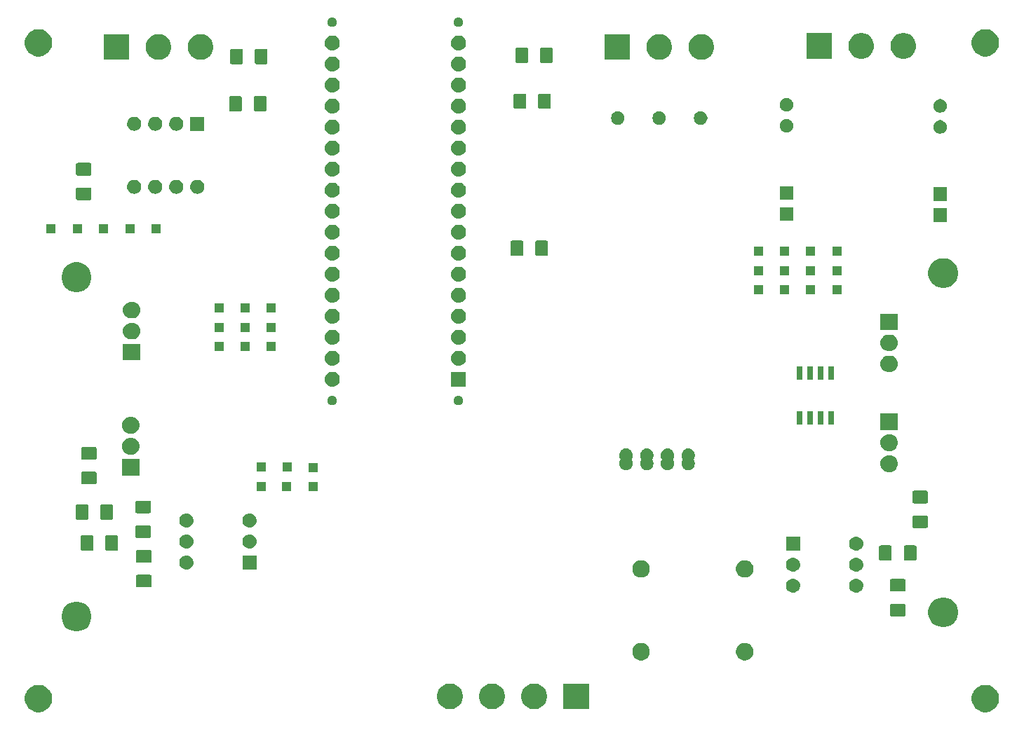
<source format=gbr>
G04 #@! TF.GenerationSoftware,KiCad,Pcbnew,5.0.2+dfsg1-1~bpo9+1*
G04 #@! TF.CreationDate,2019-06-26T12:15:30+03:00*
G04 #@! TF.ProjectId,SmartDimmer,536d6172-7444-4696-9d6d-65722e6b6963,rev?*
G04 #@! TF.SameCoordinates,Original*
G04 #@! TF.FileFunction,Soldermask,Bot*
G04 #@! TF.FilePolarity,Negative*
%FSLAX46Y46*%
G04 Gerber Fmt 4.6, Leading zero omitted, Abs format (unit mm)*
G04 Created by KiCad (PCBNEW 5.0.2+dfsg1-1~bpo9+1) date Wed 26 Jun 2019 12:15:30 PM +03*
%MOMM*%
%LPD*%
G01*
G04 APERTURE LIST*
%ADD10C,0.100000*%
G04 APERTURE END LIST*
D10*
G36*
X224845256Y-137895298D02*
X224951579Y-137916447D01*
X225252042Y-138040903D01*
X225518852Y-138219180D01*
X225522454Y-138221587D01*
X225752413Y-138451546D01*
X225752415Y-138451549D01*
X225795030Y-138515326D01*
X225933098Y-138721960D01*
X226057553Y-139022422D01*
X226121000Y-139341389D01*
X226121000Y-139666611D01*
X226057553Y-139985578D01*
X225933098Y-140286040D01*
X225752413Y-140556454D01*
X225522454Y-140786413D01*
X225522451Y-140786415D01*
X225252042Y-140967097D01*
X224951579Y-141091553D01*
X224845256Y-141112702D01*
X224632611Y-141155000D01*
X224307389Y-141155000D01*
X224094744Y-141112702D01*
X223988421Y-141091553D01*
X223687958Y-140967097D01*
X223417549Y-140786415D01*
X223417546Y-140786413D01*
X223187587Y-140556454D01*
X223006902Y-140286040D01*
X222882447Y-139985578D01*
X222819000Y-139666611D01*
X222819000Y-139341389D01*
X222882447Y-139022422D01*
X223006902Y-138721960D01*
X223144971Y-138515326D01*
X223187585Y-138451549D01*
X223187587Y-138451546D01*
X223417546Y-138221587D01*
X223421148Y-138219180D01*
X223687958Y-138040903D01*
X223988421Y-137916447D01*
X224094744Y-137895298D01*
X224307389Y-137853000D01*
X224632611Y-137853000D01*
X224845256Y-137895298D01*
X224845256Y-137895298D01*
G37*
G36*
X110545256Y-137895298D02*
X110651579Y-137916447D01*
X110952042Y-138040903D01*
X111218852Y-138219180D01*
X111222454Y-138221587D01*
X111452413Y-138451546D01*
X111452415Y-138451549D01*
X111495030Y-138515326D01*
X111633098Y-138721960D01*
X111757553Y-139022422D01*
X111821000Y-139341389D01*
X111821000Y-139666611D01*
X111757553Y-139985578D01*
X111633098Y-140286040D01*
X111452413Y-140556454D01*
X111222454Y-140786413D01*
X111222451Y-140786415D01*
X110952042Y-140967097D01*
X110651579Y-141091553D01*
X110545256Y-141112702D01*
X110332611Y-141155000D01*
X110007389Y-141155000D01*
X109794744Y-141112702D01*
X109688421Y-141091553D01*
X109387958Y-140967097D01*
X109117549Y-140786415D01*
X109117546Y-140786413D01*
X108887587Y-140556454D01*
X108706902Y-140286040D01*
X108582447Y-139985578D01*
X108519000Y-139666611D01*
X108519000Y-139341389D01*
X108582447Y-139022422D01*
X108706902Y-138721960D01*
X108844971Y-138515326D01*
X108887585Y-138451549D01*
X108887587Y-138451546D01*
X109117546Y-138221587D01*
X109121148Y-138219180D01*
X109387958Y-138040903D01*
X109688421Y-137916447D01*
X109794744Y-137895298D01*
X110007389Y-137853000D01*
X110332611Y-137853000D01*
X110545256Y-137895298D01*
X110545256Y-137895298D01*
G37*
G36*
X165259527Y-137738736D02*
X165359410Y-137758604D01*
X165641674Y-137875521D01*
X165895705Y-138045259D01*
X166111741Y-138261295D01*
X166281479Y-138515326D01*
X166398396Y-138797590D01*
X166458000Y-139097240D01*
X166458000Y-139402760D01*
X166398396Y-139702410D01*
X166281479Y-139984674D01*
X166111741Y-140238705D01*
X165895705Y-140454741D01*
X165641674Y-140624479D01*
X165359410Y-140741396D01*
X165259527Y-140761264D01*
X165059762Y-140801000D01*
X164754238Y-140801000D01*
X164554473Y-140761264D01*
X164454590Y-140741396D01*
X164172326Y-140624479D01*
X163918295Y-140454741D01*
X163702259Y-140238705D01*
X163532521Y-139984674D01*
X163415604Y-139702410D01*
X163356000Y-139402760D01*
X163356000Y-139097240D01*
X163415604Y-138797590D01*
X163532521Y-138515326D01*
X163702259Y-138261295D01*
X163918295Y-138045259D01*
X164172326Y-137875521D01*
X164454590Y-137758604D01*
X164554473Y-137738736D01*
X164754238Y-137699000D01*
X165059762Y-137699000D01*
X165259527Y-137738736D01*
X165259527Y-137738736D01*
G37*
G36*
X170339527Y-137738736D02*
X170439410Y-137758604D01*
X170721674Y-137875521D01*
X170975705Y-138045259D01*
X171191741Y-138261295D01*
X171361479Y-138515326D01*
X171478396Y-138797590D01*
X171538000Y-139097240D01*
X171538000Y-139402760D01*
X171478396Y-139702410D01*
X171361479Y-139984674D01*
X171191741Y-140238705D01*
X170975705Y-140454741D01*
X170721674Y-140624479D01*
X170439410Y-140741396D01*
X170339527Y-140761264D01*
X170139762Y-140801000D01*
X169834238Y-140801000D01*
X169634473Y-140761264D01*
X169534590Y-140741396D01*
X169252326Y-140624479D01*
X168998295Y-140454741D01*
X168782259Y-140238705D01*
X168612521Y-139984674D01*
X168495604Y-139702410D01*
X168436000Y-139402760D01*
X168436000Y-139097240D01*
X168495604Y-138797590D01*
X168612521Y-138515326D01*
X168782259Y-138261295D01*
X168998295Y-138045259D01*
X169252326Y-137875521D01*
X169534590Y-137758604D01*
X169634473Y-137738736D01*
X169834238Y-137699000D01*
X170139762Y-137699000D01*
X170339527Y-137738736D01*
X170339527Y-137738736D01*
G37*
G36*
X160179527Y-137738736D02*
X160279410Y-137758604D01*
X160561674Y-137875521D01*
X160815705Y-138045259D01*
X161031741Y-138261295D01*
X161201479Y-138515326D01*
X161318396Y-138797590D01*
X161378000Y-139097240D01*
X161378000Y-139402760D01*
X161318396Y-139702410D01*
X161201479Y-139984674D01*
X161031741Y-140238705D01*
X160815705Y-140454741D01*
X160561674Y-140624479D01*
X160279410Y-140741396D01*
X160179527Y-140761264D01*
X159979762Y-140801000D01*
X159674238Y-140801000D01*
X159474473Y-140761264D01*
X159374590Y-140741396D01*
X159092326Y-140624479D01*
X158838295Y-140454741D01*
X158622259Y-140238705D01*
X158452521Y-139984674D01*
X158335604Y-139702410D01*
X158276000Y-139402760D01*
X158276000Y-139097240D01*
X158335604Y-138797590D01*
X158452521Y-138515326D01*
X158622259Y-138261295D01*
X158838295Y-138045259D01*
X159092326Y-137875521D01*
X159374590Y-137758604D01*
X159474473Y-137738736D01*
X159674238Y-137699000D01*
X159979762Y-137699000D01*
X160179527Y-137738736D01*
X160179527Y-137738736D01*
G37*
G36*
X176618000Y-140801000D02*
X173516000Y-140801000D01*
X173516000Y-137699000D01*
X176618000Y-137699000D01*
X176618000Y-140801000D01*
X176618000Y-140801000D01*
G37*
G36*
X195720565Y-132825389D02*
X195911834Y-132904615D01*
X196083976Y-133019637D01*
X196230363Y-133166024D01*
X196345385Y-133338166D01*
X196424611Y-133529435D01*
X196465000Y-133732484D01*
X196465000Y-133939516D01*
X196424611Y-134142565D01*
X196345385Y-134333834D01*
X196230363Y-134505976D01*
X196083976Y-134652363D01*
X195911834Y-134767385D01*
X195720565Y-134846611D01*
X195517516Y-134887000D01*
X195310484Y-134887000D01*
X195107435Y-134846611D01*
X194916166Y-134767385D01*
X194744024Y-134652363D01*
X194597637Y-134505976D01*
X194482615Y-134333834D01*
X194403389Y-134142565D01*
X194363000Y-133939516D01*
X194363000Y-133732484D01*
X194403389Y-133529435D01*
X194482615Y-133338166D01*
X194597637Y-133166024D01*
X194744024Y-133019637D01*
X194916166Y-132904615D01*
X195107435Y-132825389D01*
X195310484Y-132785000D01*
X195517516Y-132785000D01*
X195720565Y-132825389D01*
X195720565Y-132825389D01*
G37*
G36*
X183220565Y-132825389D02*
X183411834Y-132904615D01*
X183583976Y-133019637D01*
X183730363Y-133166024D01*
X183845385Y-133338166D01*
X183924611Y-133529435D01*
X183965000Y-133732484D01*
X183965000Y-133939516D01*
X183924611Y-134142565D01*
X183845385Y-134333834D01*
X183730363Y-134505976D01*
X183583976Y-134652363D01*
X183411834Y-134767385D01*
X183220565Y-134846611D01*
X183017516Y-134887000D01*
X182810484Y-134887000D01*
X182607435Y-134846611D01*
X182416166Y-134767385D01*
X182244024Y-134652363D01*
X182097637Y-134505976D01*
X181982615Y-134333834D01*
X181903389Y-134142565D01*
X181863000Y-133939516D01*
X181863000Y-133732484D01*
X181903389Y-133529435D01*
X181982615Y-133338166D01*
X182097637Y-133166024D01*
X182244024Y-133019637D01*
X182416166Y-132904615D01*
X182607435Y-132825389D01*
X182810484Y-132785000D01*
X183017516Y-132785000D01*
X183220565Y-132825389D01*
X183220565Y-132825389D01*
G37*
G36*
X115281331Y-127858479D02*
X115609092Y-127994242D01*
X115904073Y-128191342D01*
X116154926Y-128442195D01*
X116352026Y-128737176D01*
X116487789Y-129064937D01*
X116557000Y-129412884D01*
X116557000Y-129767652D01*
X116487789Y-130115599D01*
X116352026Y-130443360D01*
X116154926Y-130738341D01*
X115904073Y-130989194D01*
X115609092Y-131186294D01*
X115281331Y-131322057D01*
X114933384Y-131391268D01*
X114578616Y-131391268D01*
X114230669Y-131322057D01*
X113902908Y-131186294D01*
X113607927Y-130989194D01*
X113357074Y-130738341D01*
X113159974Y-130443360D01*
X113024211Y-130115599D01*
X112955000Y-129767652D01*
X112955000Y-129412884D01*
X113024211Y-129064937D01*
X113159974Y-128737176D01*
X113357074Y-128442195D01*
X113607927Y-128191342D01*
X113902908Y-127994242D01*
X114230669Y-127858479D01*
X114578616Y-127789268D01*
X114933384Y-127789268D01*
X115281331Y-127858479D01*
X115281331Y-127858479D01*
G37*
G36*
X219906331Y-127353211D02*
X220234092Y-127488974D01*
X220529073Y-127686074D01*
X220779926Y-127936927D01*
X220977026Y-128231908D01*
X221112789Y-128559669D01*
X221182000Y-128907616D01*
X221182000Y-129262384D01*
X221112789Y-129610331D01*
X220977026Y-129938092D01*
X220779926Y-130233073D01*
X220529073Y-130483926D01*
X220234092Y-130681026D01*
X219906331Y-130816789D01*
X219558384Y-130886000D01*
X219203616Y-130886000D01*
X218855669Y-130816789D01*
X218527908Y-130681026D01*
X218232927Y-130483926D01*
X217982074Y-130233073D01*
X217784974Y-129938092D01*
X217649211Y-129610331D01*
X217580000Y-129262384D01*
X217580000Y-128907616D01*
X217649211Y-128559669D01*
X217784974Y-128231908D01*
X217982074Y-127936927D01*
X218232927Y-127686074D01*
X218527908Y-127488974D01*
X218855669Y-127353211D01*
X219203616Y-127284000D01*
X219558384Y-127284000D01*
X219906331Y-127353211D01*
X219906331Y-127353211D01*
G37*
G36*
X214675651Y-128035859D02*
X214710566Y-128046451D01*
X214742754Y-128063656D01*
X214770962Y-128086805D01*
X214794111Y-128115013D01*
X214811316Y-128147201D01*
X214821908Y-128182116D01*
X214826089Y-128224573D01*
X214826089Y-129365783D01*
X214821908Y-129408240D01*
X214811316Y-129443155D01*
X214794111Y-129475343D01*
X214770962Y-129503551D01*
X214742754Y-129526700D01*
X214710566Y-129543905D01*
X214675651Y-129554497D01*
X214633194Y-129558678D01*
X213166984Y-129558678D01*
X213124527Y-129554497D01*
X213089612Y-129543905D01*
X213057424Y-129526700D01*
X213029216Y-129503551D01*
X213006067Y-129475343D01*
X212988862Y-129443155D01*
X212978270Y-129408240D01*
X212974089Y-129365783D01*
X212974089Y-128224573D01*
X212978270Y-128182116D01*
X212988862Y-128147201D01*
X213006067Y-128115013D01*
X213029216Y-128086805D01*
X213057424Y-128063656D01*
X213089612Y-128046451D01*
X213124527Y-128035859D01*
X213166984Y-128031678D01*
X214633194Y-128031678D01*
X214675651Y-128035859D01*
X214675651Y-128035859D01*
G37*
G36*
X209037621Y-125030713D02*
X209037624Y-125030714D01*
X209037625Y-125030714D01*
X209198039Y-125079375D01*
X209198041Y-125079376D01*
X209198044Y-125079377D01*
X209345878Y-125158395D01*
X209475459Y-125264741D01*
X209581805Y-125394322D01*
X209660823Y-125542156D01*
X209709487Y-125702579D01*
X209725917Y-125869400D01*
X209709487Y-126036221D01*
X209709486Y-126036224D01*
X209709486Y-126036225D01*
X209698689Y-126071819D01*
X209660823Y-126196644D01*
X209581805Y-126344478D01*
X209475459Y-126474059D01*
X209345878Y-126580405D01*
X209198044Y-126659423D01*
X209198041Y-126659424D01*
X209198039Y-126659425D01*
X209037625Y-126708086D01*
X209037624Y-126708086D01*
X209037621Y-126708087D01*
X208912604Y-126720400D01*
X208828996Y-126720400D01*
X208703979Y-126708087D01*
X208703976Y-126708086D01*
X208703975Y-126708086D01*
X208543561Y-126659425D01*
X208543559Y-126659424D01*
X208543556Y-126659423D01*
X208395722Y-126580405D01*
X208266141Y-126474059D01*
X208159795Y-126344478D01*
X208080777Y-126196644D01*
X208042912Y-126071819D01*
X208032114Y-126036225D01*
X208032114Y-126036224D01*
X208032113Y-126036221D01*
X208015683Y-125869400D01*
X208032113Y-125702579D01*
X208080777Y-125542156D01*
X208159795Y-125394322D01*
X208266141Y-125264741D01*
X208395722Y-125158395D01*
X208543556Y-125079377D01*
X208543559Y-125079376D01*
X208543561Y-125079375D01*
X208703975Y-125030714D01*
X208703976Y-125030714D01*
X208703979Y-125030713D01*
X208828996Y-125018400D01*
X208912604Y-125018400D01*
X209037621Y-125030713D01*
X209037621Y-125030713D01*
G37*
G36*
X201417621Y-125030713D02*
X201417624Y-125030714D01*
X201417625Y-125030714D01*
X201578039Y-125079375D01*
X201578041Y-125079376D01*
X201578044Y-125079377D01*
X201725878Y-125158395D01*
X201855459Y-125264741D01*
X201961805Y-125394322D01*
X202040823Y-125542156D01*
X202089487Y-125702579D01*
X202105917Y-125869400D01*
X202089487Y-126036221D01*
X202089486Y-126036224D01*
X202089486Y-126036225D01*
X202078689Y-126071819D01*
X202040823Y-126196644D01*
X201961805Y-126344478D01*
X201855459Y-126474059D01*
X201725878Y-126580405D01*
X201578044Y-126659423D01*
X201578041Y-126659424D01*
X201578039Y-126659425D01*
X201417625Y-126708086D01*
X201417624Y-126708086D01*
X201417621Y-126708087D01*
X201292604Y-126720400D01*
X201208996Y-126720400D01*
X201083979Y-126708087D01*
X201083976Y-126708086D01*
X201083975Y-126708086D01*
X200923561Y-126659425D01*
X200923559Y-126659424D01*
X200923556Y-126659423D01*
X200775722Y-126580405D01*
X200646141Y-126474059D01*
X200539795Y-126344478D01*
X200460777Y-126196644D01*
X200422912Y-126071819D01*
X200412114Y-126036225D01*
X200412114Y-126036224D01*
X200412113Y-126036221D01*
X200395683Y-125869400D01*
X200412113Y-125702579D01*
X200460777Y-125542156D01*
X200539795Y-125394322D01*
X200646141Y-125264741D01*
X200775722Y-125158395D01*
X200923556Y-125079377D01*
X200923559Y-125079376D01*
X200923561Y-125079375D01*
X201083975Y-125030714D01*
X201083976Y-125030714D01*
X201083979Y-125030713D01*
X201208996Y-125018400D01*
X201292604Y-125018400D01*
X201417621Y-125030713D01*
X201417621Y-125030713D01*
G37*
G36*
X214675651Y-125060859D02*
X214710566Y-125071451D01*
X214742754Y-125088656D01*
X214770962Y-125111805D01*
X214794111Y-125140013D01*
X214811316Y-125172201D01*
X214821908Y-125207116D01*
X214826089Y-125249573D01*
X214826089Y-126390783D01*
X214821908Y-126433240D01*
X214811316Y-126468155D01*
X214794111Y-126500343D01*
X214770962Y-126528551D01*
X214742754Y-126551700D01*
X214710566Y-126568905D01*
X214675651Y-126579497D01*
X214633194Y-126583678D01*
X213166984Y-126583678D01*
X213124527Y-126579497D01*
X213089612Y-126568905D01*
X213057424Y-126551700D01*
X213029216Y-126528551D01*
X213006067Y-126500343D01*
X212988862Y-126468155D01*
X212978270Y-126433240D01*
X212974089Y-126390783D01*
X212974089Y-125249573D01*
X212978270Y-125207116D01*
X212988862Y-125172201D01*
X213006067Y-125140013D01*
X213029216Y-125111805D01*
X213057424Y-125088656D01*
X213089612Y-125071451D01*
X213124527Y-125060859D01*
X213166984Y-125056678D01*
X214633194Y-125056678D01*
X214675651Y-125060859D01*
X214675651Y-125060859D01*
G37*
G36*
X123660762Y-124553181D02*
X123695677Y-124563773D01*
X123727865Y-124580978D01*
X123756073Y-124604127D01*
X123779222Y-124632335D01*
X123796427Y-124664523D01*
X123807019Y-124699438D01*
X123811200Y-124741895D01*
X123811200Y-125883105D01*
X123807019Y-125925562D01*
X123796427Y-125960477D01*
X123779222Y-125992665D01*
X123756073Y-126020873D01*
X123727865Y-126044022D01*
X123695677Y-126061227D01*
X123660762Y-126071819D01*
X123618305Y-126076000D01*
X122152095Y-126076000D01*
X122109638Y-126071819D01*
X122074723Y-126061227D01*
X122042535Y-126044022D01*
X122014327Y-126020873D01*
X121991178Y-125992665D01*
X121973973Y-125960477D01*
X121963381Y-125925562D01*
X121959200Y-125883105D01*
X121959200Y-124741895D01*
X121963381Y-124699438D01*
X121973973Y-124664523D01*
X121991178Y-124632335D01*
X122014327Y-124604127D01*
X122042535Y-124580978D01*
X122074723Y-124563773D01*
X122109638Y-124553181D01*
X122152095Y-124549000D01*
X123618305Y-124549000D01*
X123660762Y-124553181D01*
X123660762Y-124553181D01*
G37*
G36*
X195720565Y-122825389D02*
X195911834Y-122904615D01*
X196083976Y-123019637D01*
X196230363Y-123166024D01*
X196345385Y-123338166D01*
X196424611Y-123529435D01*
X196465000Y-123732484D01*
X196465000Y-123939516D01*
X196424611Y-124142565D01*
X196345385Y-124333834D01*
X196230363Y-124505976D01*
X196083976Y-124652363D01*
X195911834Y-124767385D01*
X195720565Y-124846611D01*
X195517516Y-124887000D01*
X195310484Y-124887000D01*
X195107435Y-124846611D01*
X194916166Y-124767385D01*
X194744024Y-124652363D01*
X194597637Y-124505976D01*
X194482615Y-124333834D01*
X194403389Y-124142565D01*
X194363000Y-123939516D01*
X194363000Y-123732484D01*
X194403389Y-123529435D01*
X194482615Y-123338166D01*
X194597637Y-123166024D01*
X194744024Y-123019637D01*
X194916166Y-122904615D01*
X195107435Y-122825389D01*
X195310484Y-122785000D01*
X195517516Y-122785000D01*
X195720565Y-122825389D01*
X195720565Y-122825389D01*
G37*
G36*
X183220565Y-122825389D02*
X183411834Y-122904615D01*
X183583976Y-123019637D01*
X183730363Y-123166024D01*
X183845385Y-123338166D01*
X183924611Y-123529435D01*
X183965000Y-123732484D01*
X183965000Y-123939516D01*
X183924611Y-124142565D01*
X183845385Y-124333834D01*
X183730363Y-124505976D01*
X183583976Y-124652363D01*
X183411834Y-124767385D01*
X183220565Y-124846611D01*
X183017516Y-124887000D01*
X182810484Y-124887000D01*
X182607435Y-124846611D01*
X182416166Y-124767385D01*
X182244024Y-124652363D01*
X182097637Y-124505976D01*
X181982615Y-124333834D01*
X181903389Y-124142565D01*
X181863000Y-123939516D01*
X181863000Y-123732484D01*
X181903389Y-123529435D01*
X181982615Y-123338166D01*
X182097637Y-123166024D01*
X182244024Y-123019637D01*
X182416166Y-122904615D01*
X182607435Y-122825389D01*
X182810484Y-122785000D01*
X183017516Y-122785000D01*
X183220565Y-122825389D01*
X183220565Y-122825389D01*
G37*
G36*
X209037621Y-122490713D02*
X209037624Y-122490714D01*
X209037625Y-122490714D01*
X209198039Y-122539375D01*
X209198041Y-122539376D01*
X209198044Y-122539377D01*
X209345878Y-122618395D01*
X209475459Y-122724741D01*
X209581805Y-122854322D01*
X209660823Y-123002156D01*
X209660824Y-123002159D01*
X209660825Y-123002161D01*
X209689539Y-123096819D01*
X209709487Y-123162579D01*
X209725917Y-123329400D01*
X209709487Y-123496221D01*
X209660823Y-123656644D01*
X209581805Y-123804478D01*
X209475459Y-123934059D01*
X209345878Y-124040405D01*
X209198044Y-124119423D01*
X209198041Y-124119424D01*
X209198039Y-124119425D01*
X209037625Y-124168086D01*
X209037624Y-124168086D01*
X209037621Y-124168087D01*
X208912604Y-124180400D01*
X208828996Y-124180400D01*
X208703979Y-124168087D01*
X208703976Y-124168086D01*
X208703975Y-124168086D01*
X208543561Y-124119425D01*
X208543559Y-124119424D01*
X208543556Y-124119423D01*
X208395722Y-124040405D01*
X208266141Y-123934059D01*
X208159795Y-123804478D01*
X208080777Y-123656644D01*
X208032113Y-123496221D01*
X208015683Y-123329400D01*
X208032113Y-123162579D01*
X208052061Y-123096819D01*
X208080775Y-123002161D01*
X208080776Y-123002159D01*
X208080777Y-123002156D01*
X208159795Y-122854322D01*
X208266141Y-122724741D01*
X208395722Y-122618395D01*
X208543556Y-122539377D01*
X208543559Y-122539376D01*
X208543561Y-122539375D01*
X208703975Y-122490714D01*
X208703976Y-122490714D01*
X208703979Y-122490713D01*
X208828996Y-122478400D01*
X208912604Y-122478400D01*
X209037621Y-122490713D01*
X209037621Y-122490713D01*
G37*
G36*
X201417621Y-122490713D02*
X201417624Y-122490714D01*
X201417625Y-122490714D01*
X201578039Y-122539375D01*
X201578041Y-122539376D01*
X201578044Y-122539377D01*
X201725878Y-122618395D01*
X201855459Y-122724741D01*
X201961805Y-122854322D01*
X202040823Y-123002156D01*
X202040824Y-123002159D01*
X202040825Y-123002161D01*
X202069539Y-123096819D01*
X202089487Y-123162579D01*
X202105917Y-123329400D01*
X202089487Y-123496221D01*
X202040823Y-123656644D01*
X201961805Y-123804478D01*
X201855459Y-123934059D01*
X201725878Y-124040405D01*
X201578044Y-124119423D01*
X201578041Y-124119424D01*
X201578039Y-124119425D01*
X201417625Y-124168086D01*
X201417624Y-124168086D01*
X201417621Y-124168087D01*
X201292604Y-124180400D01*
X201208996Y-124180400D01*
X201083979Y-124168087D01*
X201083976Y-124168086D01*
X201083975Y-124168086D01*
X200923561Y-124119425D01*
X200923559Y-124119424D01*
X200923556Y-124119423D01*
X200775722Y-124040405D01*
X200646141Y-123934059D01*
X200539795Y-123804478D01*
X200460777Y-123656644D01*
X200412113Y-123496221D01*
X200395683Y-123329400D01*
X200412113Y-123162579D01*
X200432061Y-123096819D01*
X200460775Y-123002161D01*
X200460776Y-123002159D01*
X200460777Y-123002156D01*
X200539795Y-122854322D01*
X200646141Y-122724741D01*
X200775722Y-122618395D01*
X200923556Y-122539377D01*
X200923559Y-122539376D01*
X200923561Y-122539375D01*
X201083975Y-122490714D01*
X201083976Y-122490714D01*
X201083979Y-122490713D01*
X201208996Y-122478400D01*
X201292604Y-122478400D01*
X201417621Y-122490713D01*
X201417621Y-122490713D01*
G37*
G36*
X136495200Y-123912200D02*
X134793200Y-123912200D01*
X134793200Y-122210200D01*
X136495200Y-122210200D01*
X136495200Y-123912200D01*
X136495200Y-123912200D01*
G37*
G36*
X128191021Y-122222513D02*
X128191024Y-122222514D01*
X128191025Y-122222514D01*
X128351439Y-122271175D01*
X128351441Y-122271176D01*
X128351444Y-122271177D01*
X128499278Y-122350195D01*
X128628859Y-122456541D01*
X128735205Y-122586122D01*
X128814223Y-122733956D01*
X128814224Y-122733959D01*
X128814225Y-122733961D01*
X128850736Y-122854322D01*
X128862887Y-122894379D01*
X128879317Y-123061200D01*
X128862887Y-123228021D01*
X128814223Y-123388444D01*
X128735205Y-123536278D01*
X128628859Y-123665859D01*
X128499278Y-123772205D01*
X128351444Y-123851223D01*
X128351441Y-123851224D01*
X128351439Y-123851225D01*
X128191025Y-123899886D01*
X128191024Y-123899886D01*
X128191021Y-123899887D01*
X128066004Y-123912200D01*
X127982396Y-123912200D01*
X127857379Y-123899887D01*
X127857376Y-123899886D01*
X127857375Y-123899886D01*
X127696961Y-123851225D01*
X127696959Y-123851224D01*
X127696956Y-123851223D01*
X127549122Y-123772205D01*
X127419541Y-123665859D01*
X127313195Y-123536278D01*
X127234177Y-123388444D01*
X127185513Y-123228021D01*
X127169083Y-123061200D01*
X127185513Y-122894379D01*
X127197664Y-122854322D01*
X127234175Y-122733961D01*
X127234176Y-122733959D01*
X127234177Y-122733956D01*
X127313195Y-122586122D01*
X127419541Y-122456541D01*
X127549122Y-122350195D01*
X127696956Y-122271177D01*
X127696959Y-122271176D01*
X127696961Y-122271175D01*
X127857375Y-122222514D01*
X127857376Y-122222514D01*
X127857379Y-122222513D01*
X127982396Y-122210200D01*
X128066004Y-122210200D01*
X128191021Y-122222513D01*
X128191021Y-122222513D01*
G37*
G36*
X123660762Y-121578181D02*
X123695677Y-121588773D01*
X123727865Y-121605978D01*
X123756073Y-121629127D01*
X123779222Y-121657335D01*
X123796427Y-121689523D01*
X123807019Y-121724438D01*
X123811200Y-121766895D01*
X123811200Y-122908105D01*
X123807019Y-122950562D01*
X123796427Y-122985477D01*
X123779222Y-123017665D01*
X123756073Y-123045873D01*
X123727865Y-123069022D01*
X123695677Y-123086227D01*
X123660762Y-123096819D01*
X123618305Y-123101000D01*
X122152095Y-123101000D01*
X122109638Y-123096819D01*
X122074723Y-123086227D01*
X122042535Y-123069022D01*
X122014327Y-123045873D01*
X121991178Y-123017665D01*
X121973973Y-122985477D01*
X121963381Y-122950562D01*
X121959200Y-122908105D01*
X121959200Y-121766895D01*
X121963381Y-121724438D01*
X121973973Y-121689523D01*
X121991178Y-121657335D01*
X122014327Y-121629127D01*
X122042535Y-121605978D01*
X122074723Y-121588773D01*
X122109638Y-121578181D01*
X122152095Y-121574000D01*
X123618305Y-121574000D01*
X123660762Y-121578181D01*
X123660762Y-121578181D01*
G37*
G36*
X216000651Y-120998181D02*
X216035566Y-121008773D01*
X216067754Y-121025978D01*
X216095962Y-121049127D01*
X216119111Y-121077335D01*
X216136316Y-121109523D01*
X216146908Y-121144438D01*
X216151089Y-121186895D01*
X216151089Y-122653105D01*
X216146908Y-122695562D01*
X216136316Y-122730477D01*
X216119111Y-122762665D01*
X216095962Y-122790873D01*
X216067754Y-122814022D01*
X216035566Y-122831227D01*
X216000651Y-122841819D01*
X215958194Y-122846000D01*
X214816984Y-122846000D01*
X214774527Y-122841819D01*
X214739612Y-122831227D01*
X214707424Y-122814022D01*
X214679216Y-122790873D01*
X214656067Y-122762665D01*
X214638862Y-122730477D01*
X214628270Y-122695562D01*
X214624089Y-122653105D01*
X214624089Y-121186895D01*
X214628270Y-121144438D01*
X214638862Y-121109523D01*
X214656067Y-121077335D01*
X214679216Y-121049127D01*
X214707424Y-121025978D01*
X214739612Y-121008773D01*
X214774527Y-120998181D01*
X214816984Y-120994000D01*
X215958194Y-120994000D01*
X216000651Y-120998181D01*
X216000651Y-120998181D01*
G37*
G36*
X213025651Y-120998181D02*
X213060566Y-121008773D01*
X213092754Y-121025978D01*
X213120962Y-121049127D01*
X213144111Y-121077335D01*
X213161316Y-121109523D01*
X213171908Y-121144438D01*
X213176089Y-121186895D01*
X213176089Y-122653105D01*
X213171908Y-122695562D01*
X213161316Y-122730477D01*
X213144111Y-122762665D01*
X213120962Y-122790873D01*
X213092754Y-122814022D01*
X213060566Y-122831227D01*
X213025651Y-122841819D01*
X212983194Y-122846000D01*
X211841984Y-122846000D01*
X211799527Y-122841819D01*
X211764612Y-122831227D01*
X211732424Y-122814022D01*
X211704216Y-122790873D01*
X211681067Y-122762665D01*
X211663862Y-122730477D01*
X211653270Y-122695562D01*
X211649089Y-122653105D01*
X211649089Y-121186895D01*
X211653270Y-121144438D01*
X211663862Y-121109523D01*
X211681067Y-121077335D01*
X211704216Y-121049127D01*
X211732424Y-121025978D01*
X211764612Y-121008773D01*
X211799527Y-120998181D01*
X211841984Y-120994000D01*
X212983194Y-120994000D01*
X213025651Y-120998181D01*
X213025651Y-120998181D01*
G37*
G36*
X202101800Y-121640400D02*
X200399800Y-121640400D01*
X200399800Y-119938400D01*
X202101800Y-119938400D01*
X202101800Y-121640400D01*
X202101800Y-121640400D01*
G37*
G36*
X209037621Y-119950713D02*
X209037624Y-119950714D01*
X209037625Y-119950714D01*
X209198039Y-119999375D01*
X209198041Y-119999376D01*
X209198044Y-119999377D01*
X209345878Y-120078395D01*
X209475459Y-120184741D01*
X209581805Y-120314322D01*
X209660823Y-120462156D01*
X209709487Y-120622579D01*
X209725917Y-120789400D01*
X209709487Y-120956221D01*
X209709486Y-120956224D01*
X209709486Y-120956225D01*
X209662984Y-121109523D01*
X209660823Y-121116644D01*
X209581805Y-121264478D01*
X209475459Y-121394059D01*
X209345878Y-121500405D01*
X209198044Y-121579423D01*
X209198041Y-121579424D01*
X209198039Y-121579425D01*
X209037625Y-121628086D01*
X209037624Y-121628086D01*
X209037621Y-121628087D01*
X208912604Y-121640400D01*
X208828996Y-121640400D01*
X208703979Y-121628087D01*
X208703976Y-121628086D01*
X208703975Y-121628086D01*
X208543561Y-121579425D01*
X208543559Y-121579424D01*
X208543556Y-121579423D01*
X208395722Y-121500405D01*
X208266141Y-121394059D01*
X208159795Y-121264478D01*
X208080777Y-121116644D01*
X208078617Y-121109523D01*
X208032114Y-120956225D01*
X208032114Y-120956224D01*
X208032113Y-120956221D01*
X208015683Y-120789400D01*
X208032113Y-120622579D01*
X208080777Y-120462156D01*
X208159795Y-120314322D01*
X208266141Y-120184741D01*
X208395722Y-120078395D01*
X208543556Y-119999377D01*
X208543559Y-119999376D01*
X208543561Y-119999375D01*
X208703975Y-119950714D01*
X208703976Y-119950714D01*
X208703979Y-119950713D01*
X208828996Y-119938400D01*
X208912604Y-119938400D01*
X209037621Y-119950713D01*
X209037621Y-119950713D01*
G37*
G36*
X119626362Y-119778981D02*
X119661277Y-119789573D01*
X119693465Y-119806778D01*
X119721673Y-119829927D01*
X119744822Y-119858135D01*
X119762027Y-119890323D01*
X119772619Y-119925238D01*
X119776800Y-119967695D01*
X119776800Y-121433905D01*
X119772619Y-121476362D01*
X119762027Y-121511277D01*
X119744822Y-121543465D01*
X119721673Y-121571673D01*
X119693465Y-121594822D01*
X119661277Y-121612027D01*
X119626362Y-121622619D01*
X119583905Y-121626800D01*
X118442695Y-121626800D01*
X118400238Y-121622619D01*
X118365323Y-121612027D01*
X118333135Y-121594822D01*
X118304927Y-121571673D01*
X118281778Y-121543465D01*
X118264573Y-121511277D01*
X118253981Y-121476362D01*
X118249800Y-121433905D01*
X118249800Y-119967695D01*
X118253981Y-119925238D01*
X118264573Y-119890323D01*
X118281778Y-119858135D01*
X118304927Y-119829927D01*
X118333135Y-119806778D01*
X118365323Y-119789573D01*
X118400238Y-119778981D01*
X118442695Y-119774800D01*
X119583905Y-119774800D01*
X119626362Y-119778981D01*
X119626362Y-119778981D01*
G37*
G36*
X116651362Y-119778981D02*
X116686277Y-119789573D01*
X116718465Y-119806778D01*
X116746673Y-119829927D01*
X116769822Y-119858135D01*
X116787027Y-119890323D01*
X116797619Y-119925238D01*
X116801800Y-119967695D01*
X116801800Y-121433905D01*
X116797619Y-121476362D01*
X116787027Y-121511277D01*
X116769822Y-121543465D01*
X116746673Y-121571673D01*
X116718465Y-121594822D01*
X116686277Y-121612027D01*
X116651362Y-121622619D01*
X116608905Y-121626800D01*
X115467695Y-121626800D01*
X115425238Y-121622619D01*
X115390323Y-121612027D01*
X115358135Y-121594822D01*
X115329927Y-121571673D01*
X115306778Y-121543465D01*
X115289573Y-121511277D01*
X115278981Y-121476362D01*
X115274800Y-121433905D01*
X115274800Y-119967695D01*
X115278981Y-119925238D01*
X115289573Y-119890323D01*
X115306778Y-119858135D01*
X115329927Y-119829927D01*
X115358135Y-119806778D01*
X115390323Y-119789573D01*
X115425238Y-119778981D01*
X115467695Y-119774800D01*
X116608905Y-119774800D01*
X116651362Y-119778981D01*
X116651362Y-119778981D01*
G37*
G36*
X135811021Y-119682513D02*
X135811024Y-119682514D01*
X135811025Y-119682514D01*
X135971439Y-119731175D01*
X135971441Y-119731176D01*
X135971444Y-119731177D01*
X136119278Y-119810195D01*
X136248859Y-119916541D01*
X136355205Y-120046122D01*
X136434223Y-120193956D01*
X136482887Y-120354379D01*
X136499317Y-120521200D01*
X136482887Y-120688021D01*
X136434223Y-120848444D01*
X136355205Y-120996278D01*
X136248859Y-121125859D01*
X136119278Y-121232205D01*
X135971444Y-121311223D01*
X135971441Y-121311224D01*
X135971439Y-121311225D01*
X135811025Y-121359886D01*
X135811024Y-121359886D01*
X135811021Y-121359887D01*
X135686004Y-121372200D01*
X135602396Y-121372200D01*
X135477379Y-121359887D01*
X135477376Y-121359886D01*
X135477375Y-121359886D01*
X135316961Y-121311225D01*
X135316959Y-121311224D01*
X135316956Y-121311223D01*
X135169122Y-121232205D01*
X135039541Y-121125859D01*
X134933195Y-120996278D01*
X134854177Y-120848444D01*
X134805513Y-120688021D01*
X134789083Y-120521200D01*
X134805513Y-120354379D01*
X134854177Y-120193956D01*
X134933195Y-120046122D01*
X135039541Y-119916541D01*
X135169122Y-119810195D01*
X135316956Y-119731177D01*
X135316959Y-119731176D01*
X135316961Y-119731175D01*
X135477375Y-119682514D01*
X135477376Y-119682514D01*
X135477379Y-119682513D01*
X135602396Y-119670200D01*
X135686004Y-119670200D01*
X135811021Y-119682513D01*
X135811021Y-119682513D01*
G37*
G36*
X128191021Y-119682513D02*
X128191024Y-119682514D01*
X128191025Y-119682514D01*
X128351439Y-119731175D01*
X128351441Y-119731176D01*
X128351444Y-119731177D01*
X128499278Y-119810195D01*
X128628859Y-119916541D01*
X128735205Y-120046122D01*
X128814223Y-120193956D01*
X128862887Y-120354379D01*
X128879317Y-120521200D01*
X128862887Y-120688021D01*
X128814223Y-120848444D01*
X128735205Y-120996278D01*
X128628859Y-121125859D01*
X128499278Y-121232205D01*
X128351444Y-121311223D01*
X128351441Y-121311224D01*
X128351439Y-121311225D01*
X128191025Y-121359886D01*
X128191024Y-121359886D01*
X128191021Y-121359887D01*
X128066004Y-121372200D01*
X127982396Y-121372200D01*
X127857379Y-121359887D01*
X127857376Y-121359886D01*
X127857375Y-121359886D01*
X127696961Y-121311225D01*
X127696959Y-121311224D01*
X127696956Y-121311223D01*
X127549122Y-121232205D01*
X127419541Y-121125859D01*
X127313195Y-120996278D01*
X127234177Y-120848444D01*
X127185513Y-120688021D01*
X127169083Y-120521200D01*
X127185513Y-120354379D01*
X127234177Y-120193956D01*
X127313195Y-120046122D01*
X127419541Y-119916541D01*
X127549122Y-119810195D01*
X127696956Y-119731177D01*
X127696959Y-119731176D01*
X127696961Y-119731175D01*
X127857375Y-119682514D01*
X127857376Y-119682514D01*
X127857379Y-119682513D01*
X127982396Y-119670200D01*
X128066004Y-119670200D01*
X128191021Y-119682513D01*
X128191021Y-119682513D01*
G37*
G36*
X123584562Y-118558781D02*
X123619477Y-118569373D01*
X123651665Y-118586578D01*
X123679873Y-118609727D01*
X123703022Y-118637935D01*
X123720227Y-118670123D01*
X123730819Y-118705038D01*
X123735000Y-118747495D01*
X123735000Y-119888705D01*
X123730819Y-119931162D01*
X123720227Y-119966077D01*
X123703022Y-119998265D01*
X123679873Y-120026473D01*
X123651665Y-120049622D01*
X123619477Y-120066827D01*
X123584562Y-120077419D01*
X123542105Y-120081600D01*
X122075895Y-120081600D01*
X122033438Y-120077419D01*
X121998523Y-120066827D01*
X121966335Y-120049622D01*
X121938127Y-120026473D01*
X121914978Y-119998265D01*
X121897773Y-119966077D01*
X121887181Y-119931162D01*
X121883000Y-119888705D01*
X121883000Y-118747495D01*
X121887181Y-118705038D01*
X121897773Y-118670123D01*
X121914978Y-118637935D01*
X121938127Y-118609727D01*
X121966335Y-118586578D01*
X121998523Y-118569373D01*
X122033438Y-118558781D01*
X122075895Y-118554600D01*
X123542105Y-118554600D01*
X123584562Y-118558781D01*
X123584562Y-118558781D01*
G37*
G36*
X217371562Y-117372181D02*
X217406477Y-117382773D01*
X217438665Y-117399978D01*
X217466873Y-117423127D01*
X217490022Y-117451335D01*
X217507227Y-117483523D01*
X217517819Y-117518438D01*
X217522000Y-117560895D01*
X217522000Y-118702105D01*
X217517819Y-118744562D01*
X217507227Y-118779477D01*
X217490022Y-118811665D01*
X217466873Y-118839873D01*
X217438665Y-118863022D01*
X217406477Y-118880227D01*
X217371562Y-118890819D01*
X217329105Y-118895000D01*
X215862895Y-118895000D01*
X215820438Y-118890819D01*
X215785523Y-118880227D01*
X215753335Y-118863022D01*
X215725127Y-118839873D01*
X215701978Y-118811665D01*
X215684773Y-118779477D01*
X215674181Y-118744562D01*
X215670000Y-118702105D01*
X215670000Y-117560895D01*
X215674181Y-117518438D01*
X215684773Y-117483523D01*
X215701978Y-117451335D01*
X215725127Y-117423127D01*
X215753335Y-117399978D01*
X215785523Y-117382773D01*
X215820438Y-117372181D01*
X215862895Y-117368000D01*
X217329105Y-117368000D01*
X217371562Y-117372181D01*
X217371562Y-117372181D01*
G37*
G36*
X128191021Y-117142513D02*
X128191024Y-117142514D01*
X128191025Y-117142514D01*
X128351439Y-117191175D01*
X128351441Y-117191176D01*
X128351444Y-117191177D01*
X128499278Y-117270195D01*
X128628859Y-117376541D01*
X128735205Y-117506122D01*
X128814223Y-117653956D01*
X128814224Y-117653959D01*
X128814225Y-117653961D01*
X128850620Y-117773939D01*
X128862887Y-117814379D01*
X128879317Y-117981200D01*
X128862887Y-118148021D01*
X128814223Y-118308444D01*
X128735205Y-118456278D01*
X128628859Y-118585859D01*
X128499278Y-118692205D01*
X128351444Y-118771223D01*
X128351441Y-118771224D01*
X128351439Y-118771225D01*
X128191025Y-118819886D01*
X128191024Y-118819886D01*
X128191021Y-118819887D01*
X128066004Y-118832200D01*
X127982396Y-118832200D01*
X127857379Y-118819887D01*
X127857376Y-118819886D01*
X127857375Y-118819886D01*
X127696961Y-118771225D01*
X127696959Y-118771224D01*
X127696956Y-118771223D01*
X127549122Y-118692205D01*
X127419541Y-118585859D01*
X127313195Y-118456278D01*
X127234177Y-118308444D01*
X127185513Y-118148021D01*
X127169083Y-117981200D01*
X127185513Y-117814379D01*
X127197780Y-117773939D01*
X127234175Y-117653961D01*
X127234176Y-117653959D01*
X127234177Y-117653956D01*
X127313195Y-117506122D01*
X127419541Y-117376541D01*
X127549122Y-117270195D01*
X127696956Y-117191177D01*
X127696959Y-117191176D01*
X127696961Y-117191175D01*
X127857375Y-117142514D01*
X127857376Y-117142514D01*
X127857379Y-117142513D01*
X127982396Y-117130200D01*
X128066004Y-117130200D01*
X128191021Y-117142513D01*
X128191021Y-117142513D01*
G37*
G36*
X135811021Y-117142513D02*
X135811024Y-117142514D01*
X135811025Y-117142514D01*
X135971439Y-117191175D01*
X135971441Y-117191176D01*
X135971444Y-117191177D01*
X136119278Y-117270195D01*
X136248859Y-117376541D01*
X136355205Y-117506122D01*
X136434223Y-117653956D01*
X136434224Y-117653959D01*
X136434225Y-117653961D01*
X136470620Y-117773939D01*
X136482887Y-117814379D01*
X136499317Y-117981200D01*
X136482887Y-118148021D01*
X136434223Y-118308444D01*
X136355205Y-118456278D01*
X136248859Y-118585859D01*
X136119278Y-118692205D01*
X135971444Y-118771223D01*
X135971441Y-118771224D01*
X135971439Y-118771225D01*
X135811025Y-118819886D01*
X135811024Y-118819886D01*
X135811021Y-118819887D01*
X135686004Y-118832200D01*
X135602396Y-118832200D01*
X135477379Y-118819887D01*
X135477376Y-118819886D01*
X135477375Y-118819886D01*
X135316961Y-118771225D01*
X135316959Y-118771224D01*
X135316956Y-118771223D01*
X135169122Y-118692205D01*
X135039541Y-118585859D01*
X134933195Y-118456278D01*
X134854177Y-118308444D01*
X134805513Y-118148021D01*
X134789083Y-117981200D01*
X134805513Y-117814379D01*
X134817780Y-117773939D01*
X134854175Y-117653961D01*
X134854176Y-117653959D01*
X134854177Y-117653956D01*
X134933195Y-117506122D01*
X135039541Y-117376541D01*
X135169122Y-117270195D01*
X135316956Y-117191177D01*
X135316959Y-117191176D01*
X135316961Y-117191175D01*
X135477375Y-117142514D01*
X135477376Y-117142514D01*
X135477379Y-117142513D01*
X135602396Y-117130200D01*
X135686004Y-117130200D01*
X135811021Y-117142513D01*
X135811021Y-117142513D01*
G37*
G36*
X116016362Y-116045181D02*
X116051277Y-116055773D01*
X116083465Y-116072978D01*
X116111673Y-116096127D01*
X116134822Y-116124335D01*
X116152027Y-116156523D01*
X116162619Y-116191438D01*
X116166800Y-116233895D01*
X116166800Y-117700105D01*
X116162619Y-117742562D01*
X116152027Y-117777477D01*
X116134822Y-117809665D01*
X116111673Y-117837873D01*
X116083465Y-117861022D01*
X116051277Y-117878227D01*
X116016362Y-117888819D01*
X115973905Y-117893000D01*
X114832695Y-117893000D01*
X114790238Y-117888819D01*
X114755323Y-117878227D01*
X114723135Y-117861022D01*
X114694927Y-117837873D01*
X114671778Y-117809665D01*
X114654573Y-117777477D01*
X114643981Y-117742562D01*
X114639800Y-117700105D01*
X114639800Y-116233895D01*
X114643981Y-116191438D01*
X114654573Y-116156523D01*
X114671778Y-116124335D01*
X114694927Y-116096127D01*
X114723135Y-116072978D01*
X114755323Y-116055773D01*
X114790238Y-116045181D01*
X114832695Y-116041000D01*
X115973905Y-116041000D01*
X116016362Y-116045181D01*
X116016362Y-116045181D01*
G37*
G36*
X118991362Y-116045181D02*
X119026277Y-116055773D01*
X119058465Y-116072978D01*
X119086673Y-116096127D01*
X119109822Y-116124335D01*
X119127027Y-116156523D01*
X119137619Y-116191438D01*
X119141800Y-116233895D01*
X119141800Y-117700105D01*
X119137619Y-117742562D01*
X119127027Y-117777477D01*
X119109822Y-117809665D01*
X119086673Y-117837873D01*
X119058465Y-117861022D01*
X119026277Y-117878227D01*
X118991362Y-117888819D01*
X118948905Y-117893000D01*
X117807695Y-117893000D01*
X117765238Y-117888819D01*
X117730323Y-117878227D01*
X117698135Y-117861022D01*
X117669927Y-117837873D01*
X117646778Y-117809665D01*
X117629573Y-117777477D01*
X117618981Y-117742562D01*
X117614800Y-117700105D01*
X117614800Y-116233895D01*
X117618981Y-116191438D01*
X117629573Y-116156523D01*
X117646778Y-116124335D01*
X117669927Y-116096127D01*
X117698135Y-116072978D01*
X117730323Y-116055773D01*
X117765238Y-116045181D01*
X117807695Y-116041000D01*
X118948905Y-116041000D01*
X118991362Y-116045181D01*
X118991362Y-116045181D01*
G37*
G36*
X123584562Y-115583781D02*
X123619477Y-115594373D01*
X123651665Y-115611578D01*
X123679873Y-115634727D01*
X123703022Y-115662935D01*
X123720227Y-115695123D01*
X123730819Y-115730038D01*
X123735000Y-115772495D01*
X123735000Y-116913705D01*
X123730819Y-116956162D01*
X123720227Y-116991077D01*
X123703022Y-117023265D01*
X123679873Y-117051473D01*
X123651665Y-117074622D01*
X123619477Y-117091827D01*
X123584562Y-117102419D01*
X123542105Y-117106600D01*
X122075895Y-117106600D01*
X122033438Y-117102419D01*
X121998523Y-117091827D01*
X121966335Y-117074622D01*
X121938127Y-117051473D01*
X121914978Y-117023265D01*
X121897773Y-116991077D01*
X121887181Y-116956162D01*
X121883000Y-116913705D01*
X121883000Y-115772495D01*
X121887181Y-115730038D01*
X121897773Y-115695123D01*
X121914978Y-115662935D01*
X121938127Y-115634727D01*
X121966335Y-115611578D01*
X121998523Y-115594373D01*
X122033438Y-115583781D01*
X122075895Y-115579600D01*
X123542105Y-115579600D01*
X123584562Y-115583781D01*
X123584562Y-115583781D01*
G37*
G36*
X217371562Y-114397181D02*
X217406477Y-114407773D01*
X217438665Y-114424978D01*
X217466873Y-114448127D01*
X217490022Y-114476335D01*
X217507227Y-114508523D01*
X217517819Y-114543438D01*
X217522000Y-114585895D01*
X217522000Y-115727105D01*
X217517819Y-115769562D01*
X217507227Y-115804477D01*
X217490022Y-115836665D01*
X217466873Y-115864873D01*
X217438665Y-115888022D01*
X217406477Y-115905227D01*
X217371562Y-115915819D01*
X217329105Y-115920000D01*
X215862895Y-115920000D01*
X215820438Y-115915819D01*
X215785523Y-115905227D01*
X215753335Y-115888022D01*
X215725127Y-115864873D01*
X215701978Y-115836665D01*
X215684773Y-115804477D01*
X215674181Y-115769562D01*
X215670000Y-115727105D01*
X215670000Y-114585895D01*
X215674181Y-114543438D01*
X215684773Y-114508523D01*
X215701978Y-114476335D01*
X215725127Y-114448127D01*
X215753335Y-114424978D01*
X215785523Y-114407773D01*
X215820438Y-114397181D01*
X215862895Y-114393000D01*
X217329105Y-114393000D01*
X217371562Y-114397181D01*
X217371562Y-114397181D01*
G37*
G36*
X143868000Y-114435001D02*
X142766000Y-114435001D01*
X142766000Y-113333001D01*
X143868000Y-113333001D01*
X143868000Y-114435001D01*
X143868000Y-114435001D01*
G37*
G36*
X137596001Y-114435001D02*
X136494001Y-114435001D01*
X136494001Y-113333001D01*
X137596001Y-113333001D01*
X137596001Y-114435001D01*
X137596001Y-114435001D01*
G37*
G36*
X140693000Y-114401000D02*
X139591000Y-114401000D01*
X139591000Y-113299000D01*
X140693000Y-113299000D01*
X140693000Y-114401000D01*
X140693000Y-114401000D01*
G37*
G36*
X117031362Y-112081781D02*
X117066277Y-112092373D01*
X117098465Y-112109578D01*
X117126673Y-112132727D01*
X117149822Y-112160935D01*
X117167027Y-112193123D01*
X117177619Y-112228038D01*
X117181800Y-112270495D01*
X117181800Y-113411705D01*
X117177619Y-113454162D01*
X117167027Y-113489077D01*
X117149822Y-113521265D01*
X117126673Y-113549473D01*
X117098465Y-113572622D01*
X117066277Y-113589827D01*
X117031362Y-113600419D01*
X116988905Y-113604600D01*
X115522695Y-113604600D01*
X115480238Y-113600419D01*
X115445323Y-113589827D01*
X115413135Y-113572622D01*
X115384927Y-113549473D01*
X115361778Y-113521265D01*
X115344573Y-113489077D01*
X115333981Y-113454162D01*
X115329800Y-113411705D01*
X115329800Y-112270495D01*
X115333981Y-112228038D01*
X115344573Y-112193123D01*
X115361778Y-112160935D01*
X115384927Y-112132727D01*
X115413135Y-112109578D01*
X115445323Y-112092373D01*
X115480238Y-112081781D01*
X115522695Y-112077600D01*
X116988905Y-112077600D01*
X117031362Y-112081781D01*
X117031362Y-112081781D01*
G37*
G36*
X122361400Y-112560300D02*
X120259400Y-112560300D01*
X120259400Y-110553300D01*
X122361400Y-110553300D01*
X122361400Y-112560300D01*
X122361400Y-112560300D01*
G37*
G36*
X213007764Y-110127308D02*
X213096220Y-110136020D01*
X213285381Y-110193401D01*
X213459712Y-110286583D01*
X213612515Y-110411985D01*
X213737917Y-110564788D01*
X213831099Y-110739119D01*
X213888480Y-110928280D01*
X213907855Y-111125000D01*
X213888480Y-111321720D01*
X213831099Y-111510881D01*
X213737917Y-111685212D01*
X213612515Y-111838015D01*
X213459712Y-111963417D01*
X213285381Y-112056599D01*
X213096220Y-112113980D01*
X213007764Y-112122692D01*
X212948796Y-112128500D01*
X212755204Y-112128500D01*
X212696236Y-112122692D01*
X212607780Y-112113980D01*
X212418619Y-112056599D01*
X212244288Y-111963417D01*
X212091485Y-111838015D01*
X211966083Y-111685212D01*
X211872901Y-111510881D01*
X211815520Y-111321720D01*
X211796145Y-111125000D01*
X211815520Y-110928280D01*
X211872901Y-110739119D01*
X211966083Y-110564788D01*
X212091485Y-110411985D01*
X212244288Y-110286583D01*
X212418619Y-110193401D01*
X212607780Y-110136020D01*
X212696236Y-110127308D01*
X212755204Y-110121500D01*
X212948796Y-110121500D01*
X213007764Y-110127308D01*
X213007764Y-110127308D01*
G37*
G36*
X143868000Y-112115000D02*
X142766000Y-112115000D01*
X142766000Y-111013000D01*
X143868000Y-111013000D01*
X143868000Y-112115000D01*
X143868000Y-112115000D01*
G37*
G36*
X140746001Y-112085001D02*
X139644001Y-112085001D01*
X139644001Y-110983001D01*
X140746001Y-110983001D01*
X140746001Y-112085001D01*
X140746001Y-112085001D01*
G37*
G36*
X137596001Y-112085001D02*
X136494001Y-112085001D01*
X136494001Y-110983001D01*
X137596001Y-110983001D01*
X137596001Y-112085001D01*
X137596001Y-112085001D01*
G37*
G36*
X188837142Y-109311242D02*
X188951583Y-109358646D01*
X188980190Y-109370495D01*
X188985102Y-109372530D01*
X189030226Y-109402681D01*
X189118257Y-109461501D01*
X189231499Y-109574743D01*
X189320471Y-109707900D01*
X189334354Y-109741417D01*
X189381758Y-109855858D01*
X189413000Y-110012925D01*
X189413000Y-110173075D01*
X189381758Y-110330142D01*
X189320471Y-110478101D01*
X189290100Y-110523554D01*
X189278549Y-110545164D01*
X189271436Y-110568614D01*
X189269034Y-110593000D01*
X189271436Y-110617386D01*
X189278549Y-110640835D01*
X189290100Y-110662446D01*
X189320471Y-110707899D01*
X189381758Y-110855858D01*
X189413000Y-111012925D01*
X189413000Y-111173075D01*
X189381758Y-111330142D01*
X189320470Y-111478102D01*
X189231498Y-111611258D01*
X189118258Y-111724498D01*
X188985102Y-111813470D01*
X188837142Y-111874758D01*
X188680075Y-111906000D01*
X188519925Y-111906000D01*
X188362858Y-111874758D01*
X188214898Y-111813470D01*
X188081742Y-111724498D01*
X187968502Y-111611258D01*
X187879530Y-111478102D01*
X187818242Y-111330142D01*
X187787000Y-111173075D01*
X187787000Y-111012925D01*
X187818242Y-110855858D01*
X187879529Y-110707899D01*
X187909900Y-110662446D01*
X187921451Y-110640836D01*
X187928564Y-110617386D01*
X187930966Y-110593000D01*
X187928564Y-110568614D01*
X187921451Y-110545165D01*
X187909900Y-110523554D01*
X187879529Y-110478101D01*
X187818242Y-110330142D01*
X187787000Y-110173075D01*
X187787000Y-110012925D01*
X187818242Y-109855858D01*
X187865646Y-109741417D01*
X187879529Y-109707900D01*
X187968501Y-109574743D01*
X188081743Y-109461501D01*
X188169774Y-109402681D01*
X188214898Y-109372530D01*
X188219811Y-109370495D01*
X188248417Y-109358646D01*
X188362858Y-109311242D01*
X188519925Y-109280000D01*
X188680075Y-109280000D01*
X188837142Y-109311242D01*
X188837142Y-109311242D01*
G37*
G36*
X181337142Y-109311242D02*
X181451583Y-109358646D01*
X181480190Y-109370495D01*
X181485102Y-109372530D01*
X181530226Y-109402681D01*
X181618257Y-109461501D01*
X181731499Y-109574743D01*
X181820471Y-109707900D01*
X181834354Y-109741417D01*
X181881758Y-109855858D01*
X181913000Y-110012925D01*
X181913000Y-110173075D01*
X181881758Y-110330142D01*
X181820471Y-110478101D01*
X181790100Y-110523554D01*
X181778549Y-110545164D01*
X181771436Y-110568614D01*
X181769034Y-110593000D01*
X181771436Y-110617386D01*
X181778549Y-110640835D01*
X181790100Y-110662446D01*
X181820471Y-110707899D01*
X181881758Y-110855858D01*
X181913000Y-111012925D01*
X181913000Y-111173075D01*
X181881758Y-111330142D01*
X181820470Y-111478102D01*
X181731498Y-111611258D01*
X181618258Y-111724498D01*
X181485102Y-111813470D01*
X181337142Y-111874758D01*
X181180075Y-111906000D01*
X181019925Y-111906000D01*
X180862858Y-111874758D01*
X180714898Y-111813470D01*
X180581742Y-111724498D01*
X180468502Y-111611258D01*
X180379530Y-111478102D01*
X180318242Y-111330142D01*
X180287000Y-111173075D01*
X180287000Y-111012925D01*
X180318242Y-110855858D01*
X180379529Y-110707899D01*
X180409900Y-110662446D01*
X180421451Y-110640836D01*
X180428564Y-110617386D01*
X180430966Y-110593000D01*
X180428564Y-110568614D01*
X180421451Y-110545165D01*
X180409900Y-110523554D01*
X180379529Y-110478101D01*
X180318242Y-110330142D01*
X180287000Y-110173075D01*
X180287000Y-110012925D01*
X180318242Y-109855858D01*
X180365646Y-109741417D01*
X180379529Y-109707900D01*
X180468501Y-109574743D01*
X180581743Y-109461501D01*
X180669774Y-109402681D01*
X180714898Y-109372530D01*
X180719811Y-109370495D01*
X180748417Y-109358646D01*
X180862858Y-109311242D01*
X181019925Y-109280000D01*
X181180075Y-109280000D01*
X181337142Y-109311242D01*
X181337142Y-109311242D01*
G37*
G36*
X186337142Y-109311242D02*
X186451583Y-109358646D01*
X186480190Y-109370495D01*
X186485102Y-109372530D01*
X186530226Y-109402681D01*
X186618257Y-109461501D01*
X186731499Y-109574743D01*
X186820471Y-109707900D01*
X186834354Y-109741417D01*
X186881758Y-109855858D01*
X186913000Y-110012925D01*
X186913000Y-110173075D01*
X186881758Y-110330142D01*
X186820471Y-110478101D01*
X186790100Y-110523554D01*
X186778549Y-110545164D01*
X186771436Y-110568614D01*
X186769034Y-110593000D01*
X186771436Y-110617386D01*
X186778549Y-110640835D01*
X186790100Y-110662446D01*
X186820471Y-110707899D01*
X186881758Y-110855858D01*
X186913000Y-111012925D01*
X186913000Y-111173075D01*
X186881758Y-111330142D01*
X186820470Y-111478102D01*
X186731498Y-111611258D01*
X186618258Y-111724498D01*
X186485102Y-111813470D01*
X186337142Y-111874758D01*
X186180075Y-111906000D01*
X186019925Y-111906000D01*
X185862858Y-111874758D01*
X185714898Y-111813470D01*
X185581742Y-111724498D01*
X185468502Y-111611258D01*
X185379530Y-111478102D01*
X185318242Y-111330142D01*
X185287000Y-111173075D01*
X185287000Y-111012925D01*
X185318242Y-110855858D01*
X185379529Y-110707899D01*
X185409900Y-110662446D01*
X185421451Y-110640836D01*
X185428564Y-110617386D01*
X185430966Y-110593000D01*
X185428564Y-110568614D01*
X185421451Y-110545165D01*
X185409900Y-110523554D01*
X185379529Y-110478101D01*
X185318242Y-110330142D01*
X185287000Y-110173075D01*
X185287000Y-110012925D01*
X185318242Y-109855858D01*
X185365646Y-109741417D01*
X185379529Y-109707900D01*
X185468501Y-109574743D01*
X185581743Y-109461501D01*
X185669774Y-109402681D01*
X185714898Y-109372530D01*
X185719811Y-109370495D01*
X185748417Y-109358646D01*
X185862858Y-109311242D01*
X186019925Y-109280000D01*
X186180075Y-109280000D01*
X186337142Y-109311242D01*
X186337142Y-109311242D01*
G37*
G36*
X183837142Y-109311242D02*
X183951583Y-109358646D01*
X183980190Y-109370495D01*
X183985102Y-109372530D01*
X184030226Y-109402681D01*
X184118257Y-109461501D01*
X184231499Y-109574743D01*
X184320471Y-109707900D01*
X184334354Y-109741417D01*
X184381758Y-109855858D01*
X184413000Y-110012925D01*
X184413000Y-110173075D01*
X184381758Y-110330142D01*
X184320471Y-110478101D01*
X184290100Y-110523554D01*
X184278549Y-110545164D01*
X184271436Y-110568614D01*
X184269034Y-110593000D01*
X184271436Y-110617386D01*
X184278549Y-110640835D01*
X184290100Y-110662446D01*
X184320471Y-110707899D01*
X184381758Y-110855858D01*
X184413000Y-111012925D01*
X184413000Y-111173075D01*
X184381758Y-111330142D01*
X184320470Y-111478102D01*
X184231498Y-111611258D01*
X184118258Y-111724498D01*
X183985102Y-111813470D01*
X183837142Y-111874758D01*
X183680075Y-111906000D01*
X183519925Y-111906000D01*
X183362858Y-111874758D01*
X183214898Y-111813470D01*
X183081742Y-111724498D01*
X182968502Y-111611258D01*
X182879530Y-111478102D01*
X182818242Y-111330142D01*
X182787000Y-111173075D01*
X182787000Y-111012925D01*
X182818242Y-110855858D01*
X182879529Y-110707899D01*
X182909900Y-110662446D01*
X182921451Y-110640836D01*
X182928564Y-110617386D01*
X182930966Y-110593000D01*
X182928564Y-110568614D01*
X182921451Y-110545165D01*
X182909900Y-110523554D01*
X182879529Y-110478101D01*
X182818242Y-110330142D01*
X182787000Y-110173075D01*
X182787000Y-110012925D01*
X182818242Y-109855858D01*
X182865646Y-109741417D01*
X182879529Y-109707900D01*
X182968501Y-109574743D01*
X183081743Y-109461501D01*
X183169774Y-109402681D01*
X183214898Y-109372530D01*
X183219811Y-109370495D01*
X183248417Y-109358646D01*
X183362858Y-109311242D01*
X183519925Y-109280000D01*
X183680075Y-109280000D01*
X183837142Y-109311242D01*
X183837142Y-109311242D01*
G37*
G36*
X117031362Y-109106781D02*
X117066277Y-109117373D01*
X117098465Y-109134578D01*
X117126673Y-109157727D01*
X117149822Y-109185935D01*
X117167027Y-109218123D01*
X117177619Y-109253038D01*
X117181800Y-109295495D01*
X117181800Y-110436705D01*
X117177619Y-110479162D01*
X117167027Y-110514077D01*
X117149822Y-110546265D01*
X117126673Y-110574473D01*
X117098465Y-110597622D01*
X117066277Y-110614827D01*
X117031362Y-110625419D01*
X116988905Y-110629600D01*
X115522695Y-110629600D01*
X115480238Y-110625419D01*
X115445323Y-110614827D01*
X115413135Y-110597622D01*
X115384927Y-110574473D01*
X115361778Y-110546265D01*
X115344573Y-110514077D01*
X115333981Y-110479162D01*
X115329800Y-110436705D01*
X115329800Y-109295495D01*
X115333981Y-109253038D01*
X115344573Y-109218123D01*
X115361778Y-109185935D01*
X115384927Y-109157727D01*
X115413135Y-109134578D01*
X115445323Y-109117373D01*
X115480238Y-109106781D01*
X115522695Y-109102600D01*
X116988905Y-109102600D01*
X117031362Y-109106781D01*
X117031362Y-109106781D01*
G37*
G36*
X121466164Y-108019108D02*
X121554620Y-108027820D01*
X121743781Y-108085201D01*
X121918112Y-108178383D01*
X122070915Y-108303785D01*
X122196317Y-108456588D01*
X122289499Y-108630919D01*
X122346880Y-108820080D01*
X122366255Y-109016800D01*
X122346880Y-109213520D01*
X122289499Y-109402681D01*
X122196317Y-109577012D01*
X122070915Y-109729815D01*
X121918112Y-109855217D01*
X121743781Y-109948399D01*
X121554620Y-110005780D01*
X121482064Y-110012926D01*
X121407196Y-110020300D01*
X121213604Y-110020300D01*
X121138736Y-110012926D01*
X121066180Y-110005780D01*
X120877019Y-109948399D01*
X120702688Y-109855217D01*
X120549885Y-109729815D01*
X120424483Y-109577012D01*
X120331301Y-109402681D01*
X120273920Y-109213520D01*
X120254545Y-109016800D01*
X120273920Y-108820080D01*
X120331301Y-108630919D01*
X120424483Y-108456588D01*
X120549885Y-108303785D01*
X120702688Y-108178383D01*
X120877019Y-108085201D01*
X121066180Y-108027820D01*
X121154636Y-108019108D01*
X121213604Y-108013300D01*
X121407196Y-108013300D01*
X121466164Y-108019108D01*
X121466164Y-108019108D01*
G37*
G36*
X213007764Y-107587308D02*
X213096220Y-107596020D01*
X213285381Y-107653401D01*
X213459712Y-107746583D01*
X213612515Y-107871985D01*
X213737917Y-108024788D01*
X213831099Y-108199119D01*
X213888480Y-108388280D01*
X213907855Y-108585000D01*
X213888480Y-108781720D01*
X213831099Y-108970881D01*
X213737917Y-109145212D01*
X213612515Y-109298015D01*
X213459712Y-109423417D01*
X213285381Y-109516599D01*
X213096220Y-109573980D01*
X213007764Y-109582692D01*
X212948796Y-109588500D01*
X212755204Y-109588500D01*
X212696236Y-109582692D01*
X212607780Y-109573980D01*
X212418619Y-109516599D01*
X212244288Y-109423417D01*
X212091485Y-109298015D01*
X211966083Y-109145212D01*
X211872901Y-108970881D01*
X211815520Y-108781720D01*
X211796145Y-108585000D01*
X211815520Y-108388280D01*
X211872901Y-108199119D01*
X211966083Y-108024788D01*
X212091485Y-107871985D01*
X212244288Y-107746583D01*
X212418619Y-107653401D01*
X212607780Y-107596020D01*
X212696236Y-107587308D01*
X212755204Y-107581500D01*
X212948796Y-107581500D01*
X213007764Y-107587308D01*
X213007764Y-107587308D01*
G37*
G36*
X121466164Y-105479108D02*
X121554620Y-105487820D01*
X121743781Y-105545201D01*
X121918112Y-105638383D01*
X122070915Y-105763785D01*
X122196317Y-105916588D01*
X122289499Y-106090919D01*
X122346880Y-106280080D01*
X122366255Y-106476800D01*
X122346880Y-106673520D01*
X122289499Y-106862681D01*
X122196317Y-107037012D01*
X122070915Y-107189815D01*
X121918112Y-107315217D01*
X121743781Y-107408399D01*
X121554620Y-107465780D01*
X121466164Y-107474492D01*
X121407196Y-107480300D01*
X121213604Y-107480300D01*
X121154636Y-107474492D01*
X121066180Y-107465780D01*
X120877019Y-107408399D01*
X120702688Y-107315217D01*
X120549885Y-107189815D01*
X120424483Y-107037012D01*
X120331301Y-106862681D01*
X120273920Y-106673520D01*
X120254545Y-106476800D01*
X120273920Y-106280080D01*
X120331301Y-106090919D01*
X120424483Y-105916588D01*
X120549885Y-105763785D01*
X120702688Y-105638383D01*
X120877019Y-105545201D01*
X121066180Y-105487820D01*
X121154636Y-105479108D01*
X121213604Y-105473300D01*
X121407196Y-105473300D01*
X121466164Y-105479108D01*
X121466164Y-105479108D01*
G37*
G36*
X213903000Y-107048500D02*
X211801000Y-107048500D01*
X211801000Y-105041500D01*
X213903000Y-105041500D01*
X213903000Y-107048500D01*
X213903000Y-107048500D01*
G37*
G36*
X204948000Y-106396000D02*
X204246000Y-106396000D01*
X204246000Y-104744000D01*
X204948000Y-104744000D01*
X204948000Y-106396000D01*
X204948000Y-106396000D01*
G37*
G36*
X206218000Y-106396000D02*
X205516000Y-106396000D01*
X205516000Y-104744000D01*
X206218000Y-104744000D01*
X206218000Y-106396000D01*
X206218000Y-106396000D01*
G37*
G36*
X202408000Y-106396000D02*
X201706000Y-106396000D01*
X201706000Y-104744000D01*
X202408000Y-104744000D01*
X202408000Y-106396000D01*
X202408000Y-106396000D01*
G37*
G36*
X203678000Y-106396000D02*
X202976000Y-106396000D01*
X202976000Y-104744000D01*
X203678000Y-104744000D01*
X203678000Y-106396000D01*
X203678000Y-106396000D01*
G37*
G36*
X145783053Y-102926481D02*
X145833920Y-102947551D01*
X145884786Y-102968620D01*
X145884787Y-102968621D01*
X145976345Y-103029798D01*
X146054202Y-103107655D01*
X146054204Y-103107658D01*
X146115380Y-103199214D01*
X146136449Y-103250080D01*
X146157519Y-103300947D01*
X146179000Y-103408942D01*
X146179000Y-103519058D01*
X146157519Y-103627053D01*
X146136449Y-103677920D01*
X146115380Y-103728786D01*
X146115379Y-103728787D01*
X146054202Y-103820345D01*
X145976345Y-103898202D01*
X145976342Y-103898204D01*
X145884786Y-103959380D01*
X145833920Y-103980449D01*
X145783053Y-104001519D01*
X145675058Y-104023000D01*
X145564942Y-104023000D01*
X145456947Y-104001519D01*
X145406080Y-103980449D01*
X145355214Y-103959380D01*
X145263658Y-103898204D01*
X145263655Y-103898202D01*
X145185798Y-103820345D01*
X145124621Y-103728787D01*
X145124620Y-103728786D01*
X145103551Y-103677920D01*
X145082481Y-103627053D01*
X145061000Y-103519058D01*
X145061000Y-103408942D01*
X145082481Y-103300947D01*
X145103551Y-103250080D01*
X145124620Y-103199214D01*
X145185796Y-103107658D01*
X145185798Y-103107655D01*
X145263655Y-103029798D01*
X145355213Y-102968621D01*
X145355214Y-102968620D01*
X145406080Y-102947551D01*
X145456947Y-102926481D01*
X145564942Y-102905000D01*
X145675058Y-102905000D01*
X145783053Y-102926481D01*
X145783053Y-102926481D01*
G37*
G36*
X161023053Y-102926481D02*
X161073920Y-102947551D01*
X161124786Y-102968620D01*
X161124787Y-102968621D01*
X161216345Y-103029798D01*
X161294202Y-103107655D01*
X161294204Y-103107658D01*
X161355380Y-103199214D01*
X161376449Y-103250080D01*
X161397519Y-103300947D01*
X161419000Y-103408942D01*
X161419000Y-103519058D01*
X161397519Y-103627053D01*
X161376449Y-103677920D01*
X161355380Y-103728786D01*
X161355379Y-103728787D01*
X161294202Y-103820345D01*
X161216345Y-103898202D01*
X161216342Y-103898204D01*
X161124786Y-103959380D01*
X161073920Y-103980449D01*
X161023053Y-104001519D01*
X160915058Y-104023000D01*
X160804942Y-104023000D01*
X160696947Y-104001519D01*
X160646080Y-103980449D01*
X160595214Y-103959380D01*
X160503658Y-103898204D01*
X160503655Y-103898202D01*
X160425798Y-103820345D01*
X160364621Y-103728787D01*
X160364620Y-103728786D01*
X160343551Y-103677920D01*
X160322481Y-103627053D01*
X160301000Y-103519058D01*
X160301000Y-103408942D01*
X160322481Y-103300947D01*
X160343551Y-103250080D01*
X160364620Y-103199214D01*
X160425796Y-103107658D01*
X160425798Y-103107655D01*
X160503655Y-103029798D01*
X160595213Y-102968621D01*
X160595214Y-102968620D01*
X160646080Y-102947551D01*
X160696947Y-102926481D01*
X160804942Y-102905000D01*
X160915058Y-102905000D01*
X161023053Y-102926481D01*
X161023053Y-102926481D01*
G37*
G36*
X161774600Y-101838600D02*
X159945400Y-101838600D01*
X159945400Y-100009400D01*
X161774600Y-100009400D01*
X161774600Y-101838600D01*
X161774600Y-101838600D01*
G37*
G36*
X145799294Y-100022633D02*
X145971694Y-100074931D01*
X145971696Y-100074932D01*
X146130583Y-100159859D01*
X146130585Y-100159860D01*
X146130584Y-100159860D01*
X146269849Y-100274151D01*
X146384140Y-100413416D01*
X146469069Y-100572306D01*
X146521367Y-100744706D01*
X146539025Y-100924000D01*
X146521367Y-101103294D01*
X146469069Y-101275694D01*
X146469068Y-101275696D01*
X146384141Y-101434583D01*
X146269849Y-101573849D01*
X146130583Y-101688141D01*
X145971696Y-101773068D01*
X145971694Y-101773069D01*
X145799294Y-101825367D01*
X145664931Y-101838600D01*
X145575069Y-101838600D01*
X145440706Y-101825367D01*
X145268306Y-101773069D01*
X145268304Y-101773068D01*
X145109417Y-101688141D01*
X144970151Y-101573849D01*
X144855859Y-101434583D01*
X144770932Y-101275696D01*
X144770931Y-101275694D01*
X144718633Y-101103294D01*
X144700975Y-100924000D01*
X144718633Y-100744706D01*
X144770931Y-100572306D01*
X144855860Y-100413416D01*
X144970151Y-100274151D01*
X145109416Y-100159860D01*
X145109415Y-100159860D01*
X145109417Y-100159859D01*
X145268304Y-100074932D01*
X145268306Y-100074931D01*
X145440706Y-100022633D01*
X145575069Y-100009400D01*
X145664931Y-100009400D01*
X145799294Y-100022633D01*
X145799294Y-100022633D01*
G37*
G36*
X204948000Y-100996000D02*
X204246000Y-100996000D01*
X204246000Y-99344000D01*
X204948000Y-99344000D01*
X204948000Y-100996000D01*
X204948000Y-100996000D01*
G37*
G36*
X202408000Y-100996000D02*
X201706000Y-100996000D01*
X201706000Y-99344000D01*
X202408000Y-99344000D01*
X202408000Y-100996000D01*
X202408000Y-100996000D01*
G37*
G36*
X203678000Y-100996000D02*
X202976000Y-100996000D01*
X202976000Y-99344000D01*
X203678000Y-99344000D01*
X203678000Y-100996000D01*
X203678000Y-100996000D01*
G37*
G36*
X206218000Y-100996000D02*
X205516000Y-100996000D01*
X205516000Y-99344000D01*
X206218000Y-99344000D01*
X206218000Y-100996000D01*
X206218000Y-100996000D01*
G37*
G36*
X213007764Y-98062308D02*
X213096220Y-98071020D01*
X213285381Y-98128401D01*
X213459712Y-98221583D01*
X213612515Y-98346985D01*
X213737917Y-98499788D01*
X213831099Y-98674119D01*
X213888480Y-98863280D01*
X213907855Y-99060000D01*
X213888480Y-99256720D01*
X213831099Y-99445881D01*
X213737917Y-99620212D01*
X213612515Y-99773015D01*
X213459712Y-99898417D01*
X213285381Y-99991599D01*
X213096220Y-100048980D01*
X213007764Y-100057692D01*
X212948796Y-100063500D01*
X212755204Y-100063500D01*
X212696236Y-100057692D01*
X212607780Y-100048980D01*
X212418619Y-99991599D01*
X212244288Y-99898417D01*
X212091485Y-99773015D01*
X211966083Y-99620212D01*
X211872901Y-99445881D01*
X211815520Y-99256720D01*
X211796145Y-99060000D01*
X211815520Y-98863280D01*
X211872901Y-98674119D01*
X211966083Y-98499788D01*
X212091485Y-98346985D01*
X212244288Y-98221583D01*
X212418619Y-98128401D01*
X212607780Y-98071020D01*
X212696236Y-98062308D01*
X212755204Y-98056500D01*
X212948796Y-98056500D01*
X213007764Y-98062308D01*
X213007764Y-98062308D01*
G37*
G36*
X161039294Y-97482633D02*
X161211694Y-97534931D01*
X161211696Y-97534932D01*
X161370583Y-97619859D01*
X161370585Y-97619860D01*
X161370584Y-97619860D01*
X161509849Y-97734151D01*
X161624140Y-97873416D01*
X161709069Y-98032306D01*
X161761367Y-98204706D01*
X161779025Y-98384000D01*
X161761367Y-98563294D01*
X161709069Y-98735694D01*
X161709068Y-98735696D01*
X161624141Y-98894583D01*
X161509849Y-99033849D01*
X161370583Y-99148141D01*
X161211696Y-99233068D01*
X161211694Y-99233069D01*
X161039294Y-99285367D01*
X160904931Y-99298600D01*
X160815069Y-99298600D01*
X160680706Y-99285367D01*
X160508306Y-99233069D01*
X160508304Y-99233068D01*
X160349417Y-99148141D01*
X160210151Y-99033849D01*
X160095859Y-98894583D01*
X160010932Y-98735696D01*
X160010931Y-98735694D01*
X159958633Y-98563294D01*
X159940975Y-98384000D01*
X159958633Y-98204706D01*
X160010931Y-98032306D01*
X160095860Y-97873416D01*
X160210151Y-97734151D01*
X160349416Y-97619860D01*
X160349415Y-97619860D01*
X160349417Y-97619859D01*
X160508304Y-97534932D01*
X160508306Y-97534931D01*
X160680706Y-97482633D01*
X160815069Y-97469400D01*
X160904931Y-97469400D01*
X161039294Y-97482633D01*
X161039294Y-97482633D01*
G37*
G36*
X145799294Y-97482633D02*
X145971694Y-97534931D01*
X145971696Y-97534932D01*
X146130583Y-97619859D01*
X146130585Y-97619860D01*
X146130584Y-97619860D01*
X146269849Y-97734151D01*
X146384140Y-97873416D01*
X146469069Y-98032306D01*
X146521367Y-98204706D01*
X146539025Y-98384000D01*
X146521367Y-98563294D01*
X146469069Y-98735694D01*
X146469068Y-98735696D01*
X146384141Y-98894583D01*
X146269849Y-99033849D01*
X146130583Y-99148141D01*
X145971696Y-99233068D01*
X145971694Y-99233069D01*
X145799294Y-99285367D01*
X145664931Y-99298600D01*
X145575069Y-99298600D01*
X145440706Y-99285367D01*
X145268306Y-99233069D01*
X145268304Y-99233068D01*
X145109417Y-99148141D01*
X144970151Y-99033849D01*
X144855859Y-98894583D01*
X144770932Y-98735696D01*
X144770931Y-98735694D01*
X144718633Y-98563294D01*
X144700975Y-98384000D01*
X144718633Y-98204706D01*
X144770931Y-98032306D01*
X144855860Y-97873416D01*
X144970151Y-97734151D01*
X145109416Y-97619860D01*
X145109415Y-97619860D01*
X145109417Y-97619859D01*
X145268304Y-97534932D01*
X145268306Y-97534931D01*
X145440706Y-97482633D01*
X145575069Y-97469400D01*
X145664931Y-97469400D01*
X145799294Y-97482633D01*
X145799294Y-97482633D01*
G37*
G36*
X122463000Y-98641100D02*
X120361000Y-98641100D01*
X120361000Y-96634100D01*
X122463000Y-96634100D01*
X122463000Y-98641100D01*
X122463000Y-98641100D01*
G37*
G36*
X132516001Y-97543001D02*
X131414001Y-97543001D01*
X131414001Y-96441001D01*
X132516001Y-96441001D01*
X132516001Y-97543001D01*
X132516001Y-97543001D01*
G37*
G36*
X135666001Y-97543001D02*
X134564001Y-97543001D01*
X134564001Y-96441001D01*
X135666001Y-96441001D01*
X135666001Y-97543001D01*
X135666001Y-97543001D01*
G37*
G36*
X138816001Y-97543001D02*
X137714001Y-97543001D01*
X137714001Y-96441001D01*
X138816001Y-96441001D01*
X138816001Y-97543001D01*
X138816001Y-97543001D01*
G37*
G36*
X213007764Y-95522308D02*
X213096220Y-95531020D01*
X213285381Y-95588401D01*
X213459712Y-95681583D01*
X213612515Y-95806985D01*
X213737917Y-95959788D01*
X213831099Y-96134119D01*
X213888480Y-96323280D01*
X213907855Y-96520000D01*
X213888480Y-96716720D01*
X213831099Y-96905881D01*
X213737917Y-97080212D01*
X213612515Y-97233015D01*
X213459712Y-97358417D01*
X213285381Y-97451599D01*
X213096220Y-97508980D01*
X213007764Y-97517692D01*
X212948796Y-97523500D01*
X212755204Y-97523500D01*
X212696236Y-97517692D01*
X212607780Y-97508980D01*
X212418619Y-97451599D01*
X212244288Y-97358417D01*
X212091485Y-97233015D01*
X211966083Y-97080212D01*
X211872901Y-96905881D01*
X211815520Y-96716720D01*
X211796145Y-96520000D01*
X211815520Y-96323280D01*
X211872901Y-96134119D01*
X211966083Y-95959788D01*
X212091485Y-95806985D01*
X212244288Y-95681583D01*
X212418619Y-95588401D01*
X212607780Y-95531020D01*
X212696236Y-95522308D01*
X212755204Y-95516500D01*
X212948796Y-95516500D01*
X213007764Y-95522308D01*
X213007764Y-95522308D01*
G37*
G36*
X161039294Y-94942633D02*
X161211694Y-94994931D01*
X161211696Y-94994932D01*
X161370583Y-95079859D01*
X161508448Y-95193001D01*
X161509849Y-95194151D01*
X161624140Y-95333416D01*
X161709069Y-95492306D01*
X161761367Y-95664706D01*
X161779025Y-95844000D01*
X161761367Y-96023294D01*
X161709069Y-96195694D01*
X161709068Y-96195696D01*
X161624141Y-96354583D01*
X161509849Y-96493849D01*
X161370583Y-96608141D01*
X161322017Y-96634100D01*
X161211694Y-96693069D01*
X161039294Y-96745367D01*
X160904931Y-96758600D01*
X160815069Y-96758600D01*
X160680706Y-96745367D01*
X160508306Y-96693069D01*
X160397983Y-96634100D01*
X160349417Y-96608141D01*
X160210151Y-96493849D01*
X160095859Y-96354583D01*
X160010932Y-96195696D01*
X160010931Y-96195694D01*
X159958633Y-96023294D01*
X159940975Y-95844000D01*
X159958633Y-95664706D01*
X160010931Y-95492306D01*
X160095860Y-95333416D01*
X160210151Y-95194151D01*
X160211552Y-95193001D01*
X160349417Y-95079859D01*
X160508304Y-94994932D01*
X160508306Y-94994931D01*
X160680706Y-94942633D01*
X160815069Y-94929400D01*
X160904931Y-94929400D01*
X161039294Y-94942633D01*
X161039294Y-94942633D01*
G37*
G36*
X145799294Y-94942633D02*
X145971694Y-94994931D01*
X145971696Y-94994932D01*
X146130583Y-95079859D01*
X146268448Y-95193001D01*
X146269849Y-95194151D01*
X146384140Y-95333416D01*
X146469069Y-95492306D01*
X146521367Y-95664706D01*
X146539025Y-95844000D01*
X146521367Y-96023294D01*
X146469069Y-96195694D01*
X146469068Y-96195696D01*
X146384141Y-96354583D01*
X146269849Y-96493849D01*
X146130583Y-96608141D01*
X146082017Y-96634100D01*
X145971694Y-96693069D01*
X145799294Y-96745367D01*
X145664931Y-96758600D01*
X145575069Y-96758600D01*
X145440706Y-96745367D01*
X145268306Y-96693069D01*
X145157983Y-96634100D01*
X145109417Y-96608141D01*
X144970151Y-96493849D01*
X144855859Y-96354583D01*
X144770932Y-96195696D01*
X144770931Y-96195694D01*
X144718633Y-96023294D01*
X144700975Y-95844000D01*
X144718633Y-95664706D01*
X144770931Y-95492306D01*
X144855860Y-95333416D01*
X144970151Y-95194151D01*
X144971552Y-95193001D01*
X145109417Y-95079859D01*
X145268304Y-94994932D01*
X145268306Y-94994931D01*
X145440706Y-94942633D01*
X145575069Y-94929400D01*
X145664931Y-94929400D01*
X145799294Y-94942633D01*
X145799294Y-94942633D01*
G37*
G36*
X121567764Y-94099908D02*
X121656220Y-94108620D01*
X121845381Y-94166001D01*
X122019712Y-94259183D01*
X122172515Y-94384585D01*
X122297917Y-94537388D01*
X122391099Y-94711719D01*
X122448480Y-94900880D01*
X122467855Y-95097600D01*
X122448480Y-95294320D01*
X122391099Y-95483481D01*
X122297917Y-95657812D01*
X122172515Y-95810615D01*
X122019712Y-95936017D01*
X121845381Y-96029199D01*
X121656220Y-96086580D01*
X121567764Y-96095292D01*
X121508796Y-96101100D01*
X121315204Y-96101100D01*
X121256236Y-96095292D01*
X121167780Y-96086580D01*
X120978619Y-96029199D01*
X120804288Y-95936017D01*
X120651485Y-95810615D01*
X120526083Y-95657812D01*
X120432901Y-95483481D01*
X120375520Y-95294320D01*
X120356145Y-95097600D01*
X120375520Y-94900880D01*
X120432901Y-94711719D01*
X120526083Y-94537388D01*
X120651485Y-94384585D01*
X120804288Y-94259183D01*
X120978619Y-94166001D01*
X121167780Y-94108620D01*
X121256236Y-94099908D01*
X121315204Y-94094100D01*
X121508796Y-94094100D01*
X121567764Y-94099908D01*
X121567764Y-94099908D01*
G37*
G36*
X138816001Y-95193001D02*
X137714001Y-95193001D01*
X137714001Y-94091001D01*
X138816001Y-94091001D01*
X138816001Y-95193001D01*
X138816001Y-95193001D01*
G37*
G36*
X132516001Y-95193001D02*
X131414001Y-95193001D01*
X131414001Y-94091001D01*
X132516001Y-94091001D01*
X132516001Y-95193001D01*
X132516001Y-95193001D01*
G37*
G36*
X135666001Y-95193001D02*
X134564001Y-95193001D01*
X134564001Y-94091001D01*
X135666001Y-94091001D01*
X135666001Y-95193001D01*
X135666001Y-95193001D01*
G37*
G36*
X213903000Y-94983500D02*
X211801000Y-94983500D01*
X211801000Y-92976500D01*
X213903000Y-92976500D01*
X213903000Y-94983500D01*
X213903000Y-94983500D01*
G37*
G36*
X145799294Y-92402633D02*
X145971694Y-92454931D01*
X145971696Y-92454932D01*
X146130583Y-92539859D01*
X146269849Y-92654151D01*
X146384140Y-92793416D01*
X146469069Y-92952306D01*
X146521367Y-93124706D01*
X146539025Y-93304000D01*
X146521367Y-93483294D01*
X146469069Y-93655694D01*
X146469068Y-93655696D01*
X146384141Y-93814583D01*
X146269849Y-93953849D01*
X146130583Y-94068141D01*
X146082017Y-94094100D01*
X145971694Y-94153069D01*
X145799294Y-94205367D01*
X145664931Y-94218600D01*
X145575069Y-94218600D01*
X145440706Y-94205367D01*
X145268306Y-94153069D01*
X145157983Y-94094100D01*
X145109417Y-94068141D01*
X144970151Y-93953849D01*
X144855859Y-93814583D01*
X144770932Y-93655696D01*
X144770931Y-93655694D01*
X144718633Y-93483294D01*
X144700975Y-93304000D01*
X144718633Y-93124706D01*
X144770931Y-92952306D01*
X144855860Y-92793416D01*
X144970151Y-92654151D01*
X145109417Y-92539859D01*
X145268304Y-92454932D01*
X145268306Y-92454931D01*
X145440706Y-92402633D01*
X145575069Y-92389400D01*
X145664931Y-92389400D01*
X145799294Y-92402633D01*
X145799294Y-92402633D01*
G37*
G36*
X161039294Y-92402633D02*
X161211694Y-92454931D01*
X161211696Y-92454932D01*
X161370583Y-92539859D01*
X161509849Y-92654151D01*
X161624140Y-92793416D01*
X161709069Y-92952306D01*
X161761367Y-93124706D01*
X161779025Y-93304000D01*
X161761367Y-93483294D01*
X161709069Y-93655694D01*
X161709068Y-93655696D01*
X161624141Y-93814583D01*
X161509849Y-93953849D01*
X161370583Y-94068141D01*
X161322017Y-94094100D01*
X161211694Y-94153069D01*
X161039294Y-94205367D01*
X160904931Y-94218600D01*
X160815069Y-94218600D01*
X160680706Y-94205367D01*
X160508306Y-94153069D01*
X160397983Y-94094100D01*
X160349417Y-94068141D01*
X160210151Y-93953849D01*
X160095859Y-93814583D01*
X160010932Y-93655696D01*
X160010931Y-93655694D01*
X159958633Y-93483294D01*
X159940975Y-93304000D01*
X159958633Y-93124706D01*
X160010931Y-92952306D01*
X160095860Y-92793416D01*
X160210151Y-92654151D01*
X160349417Y-92539859D01*
X160508304Y-92454932D01*
X160508306Y-92454931D01*
X160680706Y-92402633D01*
X160815069Y-92389400D01*
X160904931Y-92389400D01*
X161039294Y-92402633D01*
X161039294Y-92402633D01*
G37*
G36*
X121567764Y-91559908D02*
X121656220Y-91568620D01*
X121845381Y-91626001D01*
X122019712Y-91719183D01*
X122172515Y-91844585D01*
X122297917Y-91997388D01*
X122391099Y-92171719D01*
X122448480Y-92360880D01*
X122467855Y-92557600D01*
X122448480Y-92754320D01*
X122391099Y-92943481D01*
X122297917Y-93117812D01*
X122172515Y-93270615D01*
X122019712Y-93396017D01*
X121845381Y-93489199D01*
X121656220Y-93546580D01*
X121567764Y-93555292D01*
X121508796Y-93561100D01*
X121315204Y-93561100D01*
X121256236Y-93555292D01*
X121167780Y-93546580D01*
X120978619Y-93489199D01*
X120804288Y-93396017D01*
X120651485Y-93270615D01*
X120526083Y-93117812D01*
X120432901Y-92943481D01*
X120375520Y-92754320D01*
X120356145Y-92557600D01*
X120375520Y-92360880D01*
X120432901Y-92171719D01*
X120526083Y-91997388D01*
X120651485Y-91844585D01*
X120804288Y-91719183D01*
X120978619Y-91626001D01*
X121167780Y-91568620D01*
X121256236Y-91559908D01*
X121315204Y-91554100D01*
X121508796Y-91554100D01*
X121567764Y-91559908D01*
X121567764Y-91559908D01*
G37*
G36*
X132516001Y-92843001D02*
X131414001Y-92843001D01*
X131414001Y-91741001D01*
X132516001Y-91741001D01*
X132516001Y-92843001D01*
X132516001Y-92843001D01*
G37*
G36*
X138816001Y-92843001D02*
X137714001Y-92843001D01*
X137714001Y-91741001D01*
X138816001Y-91741001D01*
X138816001Y-92843001D01*
X138816001Y-92843001D01*
G37*
G36*
X135666001Y-92843001D02*
X134564001Y-92843001D01*
X134564001Y-91741001D01*
X135666001Y-91741001D01*
X135666001Y-92843001D01*
X135666001Y-92843001D01*
G37*
G36*
X145799294Y-89862633D02*
X145971694Y-89914931D01*
X145971696Y-89914932D01*
X146130583Y-89999859D01*
X146269849Y-90114151D01*
X146384141Y-90253417D01*
X146422290Y-90324789D01*
X146469069Y-90412306D01*
X146521367Y-90584706D01*
X146539025Y-90764000D01*
X146521367Y-90943294D01*
X146469069Y-91115694D01*
X146469068Y-91115696D01*
X146384141Y-91274583D01*
X146269849Y-91413849D01*
X146130583Y-91528141D01*
X146082017Y-91554100D01*
X145971694Y-91613069D01*
X145799294Y-91665367D01*
X145664931Y-91678600D01*
X145575069Y-91678600D01*
X145440706Y-91665367D01*
X145268306Y-91613069D01*
X145157983Y-91554100D01*
X145109417Y-91528141D01*
X144970151Y-91413849D01*
X144855859Y-91274583D01*
X144770932Y-91115696D01*
X144770931Y-91115694D01*
X144718633Y-90943294D01*
X144700975Y-90764000D01*
X144718633Y-90584706D01*
X144770931Y-90412306D01*
X144817710Y-90324789D01*
X144855859Y-90253417D01*
X144970151Y-90114151D01*
X145109417Y-89999859D01*
X145268304Y-89914932D01*
X145268306Y-89914931D01*
X145440706Y-89862633D01*
X145575069Y-89849400D01*
X145664931Y-89849400D01*
X145799294Y-89862633D01*
X145799294Y-89862633D01*
G37*
G36*
X161039294Y-89862633D02*
X161211694Y-89914931D01*
X161211696Y-89914932D01*
X161370583Y-89999859D01*
X161509849Y-90114151D01*
X161624141Y-90253417D01*
X161662290Y-90324789D01*
X161709069Y-90412306D01*
X161761367Y-90584706D01*
X161779025Y-90764000D01*
X161761367Y-90943294D01*
X161709069Y-91115694D01*
X161709068Y-91115696D01*
X161624141Y-91274583D01*
X161509849Y-91413849D01*
X161370583Y-91528141D01*
X161322017Y-91554100D01*
X161211694Y-91613069D01*
X161039294Y-91665367D01*
X160904931Y-91678600D01*
X160815069Y-91678600D01*
X160680706Y-91665367D01*
X160508306Y-91613069D01*
X160397983Y-91554100D01*
X160349417Y-91528141D01*
X160210151Y-91413849D01*
X160095859Y-91274583D01*
X160010932Y-91115696D01*
X160010931Y-91115694D01*
X159958633Y-90943294D01*
X159940975Y-90764000D01*
X159958633Y-90584706D01*
X160010931Y-90412306D01*
X160057710Y-90324789D01*
X160095859Y-90253417D01*
X160210151Y-90114151D01*
X160349417Y-89999859D01*
X160508304Y-89914932D01*
X160508306Y-89914931D01*
X160680706Y-89862633D01*
X160815069Y-89849400D01*
X160904931Y-89849400D01*
X161039294Y-89862633D01*
X161039294Y-89862633D01*
G37*
G36*
X207090001Y-90685001D02*
X205988001Y-90685001D01*
X205988001Y-89583001D01*
X207090001Y-89583001D01*
X207090001Y-90685001D01*
X207090001Y-90685001D01*
G37*
G36*
X197640001Y-90685001D02*
X196538001Y-90685001D01*
X196538001Y-89583001D01*
X197640001Y-89583001D01*
X197640001Y-90685001D01*
X197640001Y-90685001D01*
G37*
G36*
X203940001Y-90685001D02*
X202838001Y-90685001D01*
X202838001Y-89583001D01*
X203940001Y-89583001D01*
X203940001Y-90685001D01*
X203940001Y-90685001D01*
G37*
G36*
X200790001Y-90685001D02*
X199688001Y-90685001D01*
X199688001Y-89583001D01*
X200790001Y-89583001D01*
X200790001Y-90685001D01*
X200790001Y-90685001D01*
G37*
G36*
X115281331Y-86861211D02*
X115609092Y-86996974D01*
X115904073Y-87194074D01*
X116154926Y-87444927D01*
X116352026Y-87739908D01*
X116487789Y-88067669D01*
X116557000Y-88415616D01*
X116557000Y-88770384D01*
X116487789Y-89118331D01*
X116352026Y-89446092D01*
X116154926Y-89741073D01*
X115904073Y-89991926D01*
X115609092Y-90189026D01*
X115281331Y-90324789D01*
X114933384Y-90394000D01*
X114578616Y-90394000D01*
X114230669Y-90324789D01*
X113902908Y-90189026D01*
X113607927Y-89991926D01*
X113357074Y-89741073D01*
X113159974Y-89446092D01*
X113024211Y-89118331D01*
X112955000Y-88770384D01*
X112955000Y-88415616D01*
X113024211Y-88067669D01*
X113159974Y-87739908D01*
X113357074Y-87444927D01*
X113607927Y-87194074D01*
X113902908Y-86996974D01*
X114230669Y-86861211D01*
X114578616Y-86792000D01*
X114933384Y-86792000D01*
X115281331Y-86861211D01*
X115281331Y-86861211D01*
G37*
G36*
X219906331Y-86355943D02*
X220234092Y-86491706D01*
X220529073Y-86688806D01*
X220779926Y-86939659D01*
X220977026Y-87234640D01*
X221112789Y-87562401D01*
X221182000Y-87910348D01*
X221182000Y-88265116D01*
X221112789Y-88613063D01*
X220977026Y-88940824D01*
X220779926Y-89235805D01*
X220529073Y-89486658D01*
X220234092Y-89683758D01*
X219906331Y-89819521D01*
X219558384Y-89888732D01*
X219203616Y-89888732D01*
X218855669Y-89819521D01*
X218527908Y-89683758D01*
X218232927Y-89486658D01*
X217982074Y-89235805D01*
X217784974Y-88940824D01*
X217649211Y-88613063D01*
X217580000Y-88265116D01*
X217580000Y-87910348D01*
X217649211Y-87562401D01*
X217784974Y-87234640D01*
X217982074Y-86939659D01*
X218232927Y-86688806D01*
X218527908Y-86491706D01*
X218855669Y-86355943D01*
X219203616Y-86286732D01*
X219558384Y-86286732D01*
X219906331Y-86355943D01*
X219906331Y-86355943D01*
G37*
G36*
X161039294Y-87322633D02*
X161211694Y-87374931D01*
X161211696Y-87374932D01*
X161370583Y-87459859D01*
X161509849Y-87574151D01*
X161624141Y-87713417D01*
X161709068Y-87872304D01*
X161709069Y-87872306D01*
X161761367Y-88044706D01*
X161779025Y-88224000D01*
X161761367Y-88403294D01*
X161709069Y-88575694D01*
X161709068Y-88575696D01*
X161624141Y-88734583D01*
X161509849Y-88873849D01*
X161370583Y-88988141D01*
X161211696Y-89073068D01*
X161211694Y-89073069D01*
X161039294Y-89125367D01*
X160904931Y-89138600D01*
X160815069Y-89138600D01*
X160680706Y-89125367D01*
X160508306Y-89073069D01*
X160508304Y-89073068D01*
X160349417Y-88988141D01*
X160210151Y-88873849D01*
X160095859Y-88734583D01*
X160010932Y-88575696D01*
X160010931Y-88575694D01*
X159958633Y-88403294D01*
X159940975Y-88224000D01*
X159958633Y-88044706D01*
X160010931Y-87872306D01*
X160010932Y-87872304D01*
X160095859Y-87713417D01*
X160210151Y-87574151D01*
X160349417Y-87459859D01*
X160508304Y-87374932D01*
X160508306Y-87374931D01*
X160680706Y-87322633D01*
X160815069Y-87309400D01*
X160904931Y-87309400D01*
X161039294Y-87322633D01*
X161039294Y-87322633D01*
G37*
G36*
X145799294Y-87322633D02*
X145971694Y-87374931D01*
X145971696Y-87374932D01*
X146130583Y-87459859D01*
X146269849Y-87574151D01*
X146384141Y-87713417D01*
X146469068Y-87872304D01*
X146469069Y-87872306D01*
X146521367Y-88044706D01*
X146539025Y-88224000D01*
X146521367Y-88403294D01*
X146469069Y-88575694D01*
X146469068Y-88575696D01*
X146384141Y-88734583D01*
X146269849Y-88873849D01*
X146130583Y-88988141D01*
X145971696Y-89073068D01*
X145971694Y-89073069D01*
X145799294Y-89125367D01*
X145664931Y-89138600D01*
X145575069Y-89138600D01*
X145440706Y-89125367D01*
X145268306Y-89073069D01*
X145268304Y-89073068D01*
X145109417Y-88988141D01*
X144970151Y-88873849D01*
X144855859Y-88734583D01*
X144770932Y-88575696D01*
X144770931Y-88575694D01*
X144718633Y-88403294D01*
X144700975Y-88224000D01*
X144718633Y-88044706D01*
X144770931Y-87872306D01*
X144770932Y-87872304D01*
X144855859Y-87713417D01*
X144970151Y-87574151D01*
X145109417Y-87459859D01*
X145268304Y-87374932D01*
X145268306Y-87374931D01*
X145440706Y-87322633D01*
X145575069Y-87309400D01*
X145664931Y-87309400D01*
X145799294Y-87322633D01*
X145799294Y-87322633D01*
G37*
G36*
X197640001Y-88335001D02*
X196538001Y-88335001D01*
X196538001Y-87233001D01*
X197640001Y-87233001D01*
X197640001Y-88335001D01*
X197640001Y-88335001D01*
G37*
G36*
X200790001Y-88335001D02*
X199688001Y-88335001D01*
X199688001Y-87233001D01*
X200790001Y-87233001D01*
X200790001Y-88335001D01*
X200790001Y-88335001D01*
G37*
G36*
X203940001Y-88335001D02*
X202838001Y-88335001D01*
X202838001Y-87233001D01*
X203940001Y-87233001D01*
X203940001Y-88335001D01*
X203940001Y-88335001D01*
G37*
G36*
X207090001Y-88335001D02*
X205988001Y-88335001D01*
X205988001Y-87233001D01*
X207090001Y-87233001D01*
X207090001Y-88335001D01*
X207090001Y-88335001D01*
G37*
G36*
X145799294Y-84782633D02*
X145971694Y-84834931D01*
X145971696Y-84834932D01*
X146130583Y-84919859D01*
X146130585Y-84919860D01*
X146130584Y-84919860D01*
X146269849Y-85034151D01*
X146384140Y-85173416D01*
X146469069Y-85332306D01*
X146521367Y-85504706D01*
X146539025Y-85684000D01*
X146521367Y-85863294D01*
X146475043Y-86016000D01*
X146469068Y-86035696D01*
X146384141Y-86194583D01*
X146269849Y-86333849D01*
X146130583Y-86448141D01*
X145971696Y-86533068D01*
X145971694Y-86533069D01*
X145799294Y-86585367D01*
X145664931Y-86598600D01*
X145575069Y-86598600D01*
X145440706Y-86585367D01*
X145268306Y-86533069D01*
X145268304Y-86533068D01*
X145109417Y-86448141D01*
X144970151Y-86333849D01*
X144855859Y-86194583D01*
X144770932Y-86035696D01*
X144764957Y-86016000D01*
X144718633Y-85863294D01*
X144700975Y-85684000D01*
X144718633Y-85504706D01*
X144770931Y-85332306D01*
X144855860Y-85173416D01*
X144970151Y-85034151D01*
X145109416Y-84919860D01*
X145109415Y-84919860D01*
X145109417Y-84919859D01*
X145268304Y-84834932D01*
X145268306Y-84834931D01*
X145440706Y-84782633D01*
X145575069Y-84769400D01*
X145664931Y-84769400D01*
X145799294Y-84782633D01*
X145799294Y-84782633D01*
G37*
G36*
X161039294Y-84782633D02*
X161211694Y-84834931D01*
X161211696Y-84834932D01*
X161370583Y-84919859D01*
X161370585Y-84919860D01*
X161370584Y-84919860D01*
X161509849Y-85034151D01*
X161624140Y-85173416D01*
X161709069Y-85332306D01*
X161761367Y-85504706D01*
X161779025Y-85684000D01*
X161761367Y-85863294D01*
X161715043Y-86016000D01*
X161709068Y-86035696D01*
X161624141Y-86194583D01*
X161509849Y-86333849D01*
X161370583Y-86448141D01*
X161211696Y-86533068D01*
X161211694Y-86533069D01*
X161039294Y-86585367D01*
X160904931Y-86598600D01*
X160815069Y-86598600D01*
X160680706Y-86585367D01*
X160508306Y-86533069D01*
X160508304Y-86533068D01*
X160349417Y-86448141D01*
X160210151Y-86333849D01*
X160095859Y-86194583D01*
X160010932Y-86035696D01*
X160004957Y-86016000D01*
X159958633Y-85863294D01*
X159940975Y-85684000D01*
X159958633Y-85504706D01*
X160010931Y-85332306D01*
X160095860Y-85173416D01*
X160210151Y-85034151D01*
X160349416Y-84919860D01*
X160349415Y-84919860D01*
X160349417Y-84919859D01*
X160508304Y-84834932D01*
X160508306Y-84834931D01*
X160680706Y-84782633D01*
X160815069Y-84769400D01*
X160904931Y-84769400D01*
X161039294Y-84782633D01*
X161039294Y-84782633D01*
G37*
G36*
X168543562Y-84168181D02*
X168578477Y-84178773D01*
X168610665Y-84195978D01*
X168638873Y-84219127D01*
X168662022Y-84247335D01*
X168679227Y-84279523D01*
X168689819Y-84314438D01*
X168694000Y-84356895D01*
X168694000Y-85823105D01*
X168689819Y-85865562D01*
X168679227Y-85900477D01*
X168662022Y-85932665D01*
X168638873Y-85960873D01*
X168610665Y-85984022D01*
X168578477Y-86001227D01*
X168543562Y-86011819D01*
X168501105Y-86016000D01*
X167359895Y-86016000D01*
X167317438Y-86011819D01*
X167282523Y-86001227D01*
X167250335Y-85984022D01*
X167222127Y-85960873D01*
X167198978Y-85932665D01*
X167181773Y-85900477D01*
X167171181Y-85865562D01*
X167167000Y-85823105D01*
X167167000Y-84356895D01*
X167171181Y-84314438D01*
X167181773Y-84279523D01*
X167198978Y-84247335D01*
X167222127Y-84219127D01*
X167250335Y-84195978D01*
X167282523Y-84178773D01*
X167317438Y-84168181D01*
X167359895Y-84164000D01*
X168501105Y-84164000D01*
X168543562Y-84168181D01*
X168543562Y-84168181D01*
G37*
G36*
X171518562Y-84168181D02*
X171553477Y-84178773D01*
X171585665Y-84195978D01*
X171613873Y-84219127D01*
X171637022Y-84247335D01*
X171654227Y-84279523D01*
X171664819Y-84314438D01*
X171669000Y-84356895D01*
X171669000Y-85823105D01*
X171664819Y-85865562D01*
X171654227Y-85900477D01*
X171637022Y-85932665D01*
X171613873Y-85960873D01*
X171585665Y-85984022D01*
X171553477Y-86001227D01*
X171518562Y-86011819D01*
X171476105Y-86016000D01*
X170334895Y-86016000D01*
X170292438Y-86011819D01*
X170257523Y-86001227D01*
X170225335Y-85984022D01*
X170197127Y-85960873D01*
X170173978Y-85932665D01*
X170156773Y-85900477D01*
X170146181Y-85865562D01*
X170142000Y-85823105D01*
X170142000Y-84356895D01*
X170146181Y-84314438D01*
X170156773Y-84279523D01*
X170173978Y-84247335D01*
X170197127Y-84219127D01*
X170225335Y-84195978D01*
X170257523Y-84178773D01*
X170292438Y-84168181D01*
X170334895Y-84164000D01*
X171476105Y-84164000D01*
X171518562Y-84168181D01*
X171518562Y-84168181D01*
G37*
G36*
X200790001Y-85985001D02*
X199688001Y-85985001D01*
X199688001Y-84883001D01*
X200790001Y-84883001D01*
X200790001Y-85985001D01*
X200790001Y-85985001D01*
G37*
G36*
X207090001Y-85985001D02*
X205988001Y-85985001D01*
X205988001Y-84883001D01*
X207090001Y-84883001D01*
X207090001Y-85985001D01*
X207090001Y-85985001D01*
G37*
G36*
X203940001Y-85985001D02*
X202838001Y-85985001D01*
X202838001Y-84883001D01*
X203940001Y-84883001D01*
X203940001Y-85985001D01*
X203940001Y-85985001D01*
G37*
G36*
X197640001Y-85985001D02*
X196538001Y-85985001D01*
X196538001Y-84883001D01*
X197640001Y-84883001D01*
X197640001Y-85985001D01*
X197640001Y-85985001D01*
G37*
G36*
X145799294Y-82242633D02*
X145971694Y-82294931D01*
X145971696Y-82294932D01*
X146130583Y-82379859D01*
X146130585Y-82379860D01*
X146130584Y-82379860D01*
X146269849Y-82494151D01*
X146384140Y-82633416D01*
X146469069Y-82792306D01*
X146521367Y-82964706D01*
X146539025Y-83144000D01*
X146521367Y-83323294D01*
X146469069Y-83495694D01*
X146469068Y-83495696D01*
X146384141Y-83654583D01*
X146269849Y-83793849D01*
X146130583Y-83908141D01*
X145971696Y-83993068D01*
X145971694Y-83993069D01*
X145799294Y-84045367D01*
X145664931Y-84058600D01*
X145575069Y-84058600D01*
X145440706Y-84045367D01*
X145268306Y-83993069D01*
X145268304Y-83993068D01*
X145109417Y-83908141D01*
X144970151Y-83793849D01*
X144855859Y-83654583D01*
X144770932Y-83495696D01*
X144770931Y-83495694D01*
X144718633Y-83323294D01*
X144700975Y-83144000D01*
X144718633Y-82964706D01*
X144770931Y-82792306D01*
X144855860Y-82633416D01*
X144970151Y-82494151D01*
X145109416Y-82379860D01*
X145109415Y-82379860D01*
X145109417Y-82379859D01*
X145268304Y-82294932D01*
X145268306Y-82294931D01*
X145440706Y-82242633D01*
X145575069Y-82229400D01*
X145664931Y-82229400D01*
X145799294Y-82242633D01*
X145799294Y-82242633D01*
G37*
G36*
X161039294Y-82242633D02*
X161211694Y-82294931D01*
X161211696Y-82294932D01*
X161370583Y-82379859D01*
X161370585Y-82379860D01*
X161370584Y-82379860D01*
X161509849Y-82494151D01*
X161624140Y-82633416D01*
X161709069Y-82792306D01*
X161761367Y-82964706D01*
X161779025Y-83144000D01*
X161761367Y-83323294D01*
X161709069Y-83495694D01*
X161709068Y-83495696D01*
X161624141Y-83654583D01*
X161509849Y-83793849D01*
X161370583Y-83908141D01*
X161211696Y-83993068D01*
X161211694Y-83993069D01*
X161039294Y-84045367D01*
X160904931Y-84058600D01*
X160815069Y-84058600D01*
X160680706Y-84045367D01*
X160508306Y-83993069D01*
X160508304Y-83993068D01*
X160349417Y-83908141D01*
X160210151Y-83793849D01*
X160095859Y-83654583D01*
X160010932Y-83495696D01*
X160010931Y-83495694D01*
X159958633Y-83323294D01*
X159940975Y-83144000D01*
X159958633Y-82964706D01*
X160010931Y-82792306D01*
X160095860Y-82633416D01*
X160210151Y-82494151D01*
X160349416Y-82379860D01*
X160349415Y-82379860D01*
X160349417Y-82379859D01*
X160508304Y-82294932D01*
X160508306Y-82294931D01*
X160680706Y-82242633D01*
X160815069Y-82229400D01*
X160904931Y-82229400D01*
X161039294Y-82242633D01*
X161039294Y-82242633D01*
G37*
G36*
X124893999Y-83315999D02*
X123791999Y-83315999D01*
X123791999Y-82213999D01*
X124893999Y-82213999D01*
X124893999Y-83315999D01*
X124893999Y-83315999D01*
G37*
G36*
X115443999Y-83315999D02*
X114341999Y-83315999D01*
X114341999Y-82213999D01*
X115443999Y-82213999D01*
X115443999Y-83315999D01*
X115443999Y-83315999D01*
G37*
G36*
X118593999Y-83315999D02*
X117491999Y-83315999D01*
X117491999Y-82213999D01*
X118593999Y-82213999D01*
X118593999Y-83315999D01*
X118593999Y-83315999D01*
G37*
G36*
X121743999Y-83315999D02*
X120641999Y-83315999D01*
X120641999Y-82213999D01*
X121743999Y-82213999D01*
X121743999Y-83315999D01*
X121743999Y-83315999D01*
G37*
G36*
X112245000Y-83286000D02*
X111143000Y-83286000D01*
X111143000Y-82184000D01*
X112245000Y-82184000D01*
X112245000Y-83286000D01*
X112245000Y-83286000D01*
G37*
G36*
X219822000Y-81897000D02*
X218196000Y-81897000D01*
X218196000Y-80271000D01*
X219822000Y-80271000D01*
X219822000Y-81897000D01*
X219822000Y-81897000D01*
G37*
G36*
X201280000Y-81770000D02*
X199654000Y-81770000D01*
X199654000Y-80144000D01*
X201280000Y-80144000D01*
X201280000Y-81770000D01*
X201280000Y-81770000D01*
G37*
G36*
X161039294Y-79702633D02*
X161211694Y-79754931D01*
X161211696Y-79754932D01*
X161370583Y-79839859D01*
X161370585Y-79839860D01*
X161370584Y-79839860D01*
X161509849Y-79954151D01*
X161624140Y-80093416D01*
X161709069Y-80252306D01*
X161761367Y-80424706D01*
X161779025Y-80604000D01*
X161761367Y-80783294D01*
X161709069Y-80955694D01*
X161709068Y-80955696D01*
X161624141Y-81114583D01*
X161509849Y-81253849D01*
X161370583Y-81368141D01*
X161211696Y-81453068D01*
X161211694Y-81453069D01*
X161039294Y-81505367D01*
X160904931Y-81518600D01*
X160815069Y-81518600D01*
X160680706Y-81505367D01*
X160508306Y-81453069D01*
X160508304Y-81453068D01*
X160349417Y-81368141D01*
X160210151Y-81253849D01*
X160095859Y-81114583D01*
X160010932Y-80955696D01*
X160010931Y-80955694D01*
X159958633Y-80783294D01*
X159940975Y-80604000D01*
X159958633Y-80424706D01*
X160010931Y-80252306D01*
X160095860Y-80093416D01*
X160210151Y-79954151D01*
X160349416Y-79839860D01*
X160349415Y-79839860D01*
X160349417Y-79839859D01*
X160508304Y-79754932D01*
X160508306Y-79754931D01*
X160680706Y-79702633D01*
X160815069Y-79689400D01*
X160904931Y-79689400D01*
X161039294Y-79702633D01*
X161039294Y-79702633D01*
G37*
G36*
X145799294Y-79702633D02*
X145971694Y-79754931D01*
X145971696Y-79754932D01*
X146130583Y-79839859D01*
X146130585Y-79839860D01*
X146130584Y-79839860D01*
X146269849Y-79954151D01*
X146384140Y-80093416D01*
X146469069Y-80252306D01*
X146521367Y-80424706D01*
X146539025Y-80604000D01*
X146521367Y-80783294D01*
X146469069Y-80955694D01*
X146469068Y-80955696D01*
X146384141Y-81114583D01*
X146269849Y-81253849D01*
X146130583Y-81368141D01*
X145971696Y-81453068D01*
X145971694Y-81453069D01*
X145799294Y-81505367D01*
X145664931Y-81518600D01*
X145575069Y-81518600D01*
X145440706Y-81505367D01*
X145268306Y-81453069D01*
X145268304Y-81453068D01*
X145109417Y-81368141D01*
X144970151Y-81253849D01*
X144855859Y-81114583D01*
X144770932Y-80955696D01*
X144770931Y-80955694D01*
X144718633Y-80783294D01*
X144700975Y-80604000D01*
X144718633Y-80424706D01*
X144770931Y-80252306D01*
X144855860Y-80093416D01*
X144970151Y-79954151D01*
X145109416Y-79839860D01*
X145109415Y-79839860D01*
X145109417Y-79839859D01*
X145268304Y-79754932D01*
X145268306Y-79754931D01*
X145440706Y-79702633D01*
X145575069Y-79689400D01*
X145664931Y-79689400D01*
X145799294Y-79702633D01*
X145799294Y-79702633D01*
G37*
G36*
X219822000Y-79357000D02*
X218196000Y-79357000D01*
X218196000Y-77731000D01*
X219822000Y-77731000D01*
X219822000Y-79357000D01*
X219822000Y-79357000D01*
G37*
G36*
X116406562Y-77748181D02*
X116441477Y-77758773D01*
X116473665Y-77775978D01*
X116501873Y-77799127D01*
X116525022Y-77827335D01*
X116542227Y-77859523D01*
X116552819Y-77894438D01*
X116557000Y-77936895D01*
X116557000Y-79078105D01*
X116552819Y-79120562D01*
X116542227Y-79155477D01*
X116525022Y-79187665D01*
X116501873Y-79215873D01*
X116473665Y-79239022D01*
X116441477Y-79256227D01*
X116406562Y-79266819D01*
X116364105Y-79271000D01*
X114897895Y-79271000D01*
X114855438Y-79266819D01*
X114820523Y-79256227D01*
X114788335Y-79239022D01*
X114760127Y-79215873D01*
X114736978Y-79187665D01*
X114719773Y-79155477D01*
X114709181Y-79120562D01*
X114705000Y-79078105D01*
X114705000Y-77936895D01*
X114709181Y-77894438D01*
X114719773Y-77859523D01*
X114736978Y-77827335D01*
X114760127Y-77799127D01*
X114788335Y-77775978D01*
X114820523Y-77758773D01*
X114855438Y-77748181D01*
X114897895Y-77744000D01*
X116364105Y-77744000D01*
X116406562Y-77748181D01*
X116406562Y-77748181D01*
G37*
G36*
X201280000Y-79230000D02*
X199654000Y-79230000D01*
X199654000Y-77604000D01*
X201280000Y-77604000D01*
X201280000Y-79230000D01*
X201280000Y-79230000D01*
G37*
G36*
X145799294Y-77162633D02*
X145971694Y-77214931D01*
X145971696Y-77214932D01*
X146130583Y-77299859D01*
X146269849Y-77414151D01*
X146330599Y-77488175D01*
X146384140Y-77553416D01*
X146469069Y-77712306D01*
X146521367Y-77884706D01*
X146539025Y-78064000D01*
X146521367Y-78243294D01*
X146484142Y-78366005D01*
X146469068Y-78415696D01*
X146384141Y-78574583D01*
X146269849Y-78713849D01*
X146130583Y-78828141D01*
X145971696Y-78913068D01*
X145971694Y-78913069D01*
X145799294Y-78965367D01*
X145664931Y-78978600D01*
X145575069Y-78978600D01*
X145440706Y-78965367D01*
X145268306Y-78913069D01*
X145268304Y-78913068D01*
X145109417Y-78828141D01*
X144970151Y-78713849D01*
X144855859Y-78574583D01*
X144770932Y-78415696D01*
X144755858Y-78366005D01*
X144718633Y-78243294D01*
X144700975Y-78064000D01*
X144718633Y-77884706D01*
X144770931Y-77712306D01*
X144855860Y-77553416D01*
X144909402Y-77488175D01*
X144970151Y-77414151D01*
X145109417Y-77299859D01*
X145268304Y-77214932D01*
X145268306Y-77214931D01*
X145440706Y-77162633D01*
X145575069Y-77149400D01*
X145664931Y-77149400D01*
X145799294Y-77162633D01*
X145799294Y-77162633D01*
G37*
G36*
X161039294Y-77162633D02*
X161211694Y-77214931D01*
X161211696Y-77214932D01*
X161370583Y-77299859D01*
X161509849Y-77414151D01*
X161570599Y-77488175D01*
X161624140Y-77553416D01*
X161709069Y-77712306D01*
X161761367Y-77884706D01*
X161779025Y-78064000D01*
X161761367Y-78243294D01*
X161724142Y-78366005D01*
X161709068Y-78415696D01*
X161624141Y-78574583D01*
X161509849Y-78713849D01*
X161370583Y-78828141D01*
X161211696Y-78913068D01*
X161211694Y-78913069D01*
X161039294Y-78965367D01*
X160904931Y-78978600D01*
X160815069Y-78978600D01*
X160680706Y-78965367D01*
X160508306Y-78913069D01*
X160508304Y-78913068D01*
X160349417Y-78828141D01*
X160210151Y-78713849D01*
X160095859Y-78574583D01*
X160010932Y-78415696D01*
X159995858Y-78366005D01*
X159958633Y-78243294D01*
X159940975Y-78064000D01*
X159958633Y-77884706D01*
X160010931Y-77712306D01*
X160095860Y-77553416D01*
X160149402Y-77488175D01*
X160210151Y-77414151D01*
X160349417Y-77299859D01*
X160508304Y-77214932D01*
X160508306Y-77214931D01*
X160680706Y-77162633D01*
X160815069Y-77149400D01*
X160904931Y-77149400D01*
X161039294Y-77162633D01*
X161039294Y-77162633D01*
G37*
G36*
X121893821Y-76816313D02*
X121893824Y-76816314D01*
X121893825Y-76816314D01*
X122054239Y-76864975D01*
X122054241Y-76864976D01*
X122054244Y-76864977D01*
X122202078Y-76943995D01*
X122331659Y-77050341D01*
X122438005Y-77179922D01*
X122517023Y-77327756D01*
X122565687Y-77488179D01*
X122582117Y-77655000D01*
X122565687Y-77821821D01*
X122565686Y-77821824D01*
X122565686Y-77821825D01*
X122539128Y-77909376D01*
X122517023Y-77982244D01*
X122438005Y-78130078D01*
X122331659Y-78259659D01*
X122202078Y-78366005D01*
X122054244Y-78445023D01*
X122054241Y-78445024D01*
X122054239Y-78445025D01*
X121893825Y-78493686D01*
X121893824Y-78493686D01*
X121893821Y-78493687D01*
X121768804Y-78506000D01*
X121685196Y-78506000D01*
X121560179Y-78493687D01*
X121560176Y-78493686D01*
X121560175Y-78493686D01*
X121399761Y-78445025D01*
X121399759Y-78445024D01*
X121399756Y-78445023D01*
X121251922Y-78366005D01*
X121122341Y-78259659D01*
X121015995Y-78130078D01*
X120936977Y-77982244D01*
X120914873Y-77909376D01*
X120888314Y-77821825D01*
X120888314Y-77821824D01*
X120888313Y-77821821D01*
X120871883Y-77655000D01*
X120888313Y-77488179D01*
X120936977Y-77327756D01*
X121015995Y-77179922D01*
X121122341Y-77050341D01*
X121251922Y-76943995D01*
X121399756Y-76864977D01*
X121399759Y-76864976D01*
X121399761Y-76864975D01*
X121560175Y-76816314D01*
X121560176Y-76816314D01*
X121560179Y-76816313D01*
X121685196Y-76804000D01*
X121768804Y-76804000D01*
X121893821Y-76816313D01*
X121893821Y-76816313D01*
G37*
G36*
X124433821Y-76816313D02*
X124433824Y-76816314D01*
X124433825Y-76816314D01*
X124594239Y-76864975D01*
X124594241Y-76864976D01*
X124594244Y-76864977D01*
X124742078Y-76943995D01*
X124871659Y-77050341D01*
X124978005Y-77179922D01*
X125057023Y-77327756D01*
X125105687Y-77488179D01*
X125122117Y-77655000D01*
X125105687Y-77821821D01*
X125105686Y-77821824D01*
X125105686Y-77821825D01*
X125079128Y-77909376D01*
X125057023Y-77982244D01*
X124978005Y-78130078D01*
X124871659Y-78259659D01*
X124742078Y-78366005D01*
X124594244Y-78445023D01*
X124594241Y-78445024D01*
X124594239Y-78445025D01*
X124433825Y-78493686D01*
X124433824Y-78493686D01*
X124433821Y-78493687D01*
X124308804Y-78506000D01*
X124225196Y-78506000D01*
X124100179Y-78493687D01*
X124100176Y-78493686D01*
X124100175Y-78493686D01*
X123939761Y-78445025D01*
X123939759Y-78445024D01*
X123939756Y-78445023D01*
X123791922Y-78366005D01*
X123662341Y-78259659D01*
X123555995Y-78130078D01*
X123476977Y-77982244D01*
X123454873Y-77909376D01*
X123428314Y-77821825D01*
X123428314Y-77821824D01*
X123428313Y-77821821D01*
X123411883Y-77655000D01*
X123428313Y-77488179D01*
X123476977Y-77327756D01*
X123555995Y-77179922D01*
X123662341Y-77050341D01*
X123791922Y-76943995D01*
X123939756Y-76864977D01*
X123939759Y-76864976D01*
X123939761Y-76864975D01*
X124100175Y-76816314D01*
X124100176Y-76816314D01*
X124100179Y-76816313D01*
X124225196Y-76804000D01*
X124308804Y-76804000D01*
X124433821Y-76816313D01*
X124433821Y-76816313D01*
G37*
G36*
X126973821Y-76816313D02*
X126973824Y-76816314D01*
X126973825Y-76816314D01*
X127134239Y-76864975D01*
X127134241Y-76864976D01*
X127134244Y-76864977D01*
X127282078Y-76943995D01*
X127411659Y-77050341D01*
X127518005Y-77179922D01*
X127597023Y-77327756D01*
X127645687Y-77488179D01*
X127662117Y-77655000D01*
X127645687Y-77821821D01*
X127645686Y-77821824D01*
X127645686Y-77821825D01*
X127619128Y-77909376D01*
X127597023Y-77982244D01*
X127518005Y-78130078D01*
X127411659Y-78259659D01*
X127282078Y-78366005D01*
X127134244Y-78445023D01*
X127134241Y-78445024D01*
X127134239Y-78445025D01*
X126973825Y-78493686D01*
X126973824Y-78493686D01*
X126973821Y-78493687D01*
X126848804Y-78506000D01*
X126765196Y-78506000D01*
X126640179Y-78493687D01*
X126640176Y-78493686D01*
X126640175Y-78493686D01*
X126479761Y-78445025D01*
X126479759Y-78445024D01*
X126479756Y-78445023D01*
X126331922Y-78366005D01*
X126202341Y-78259659D01*
X126095995Y-78130078D01*
X126016977Y-77982244D01*
X125994873Y-77909376D01*
X125968314Y-77821825D01*
X125968314Y-77821824D01*
X125968313Y-77821821D01*
X125951883Y-77655000D01*
X125968313Y-77488179D01*
X126016977Y-77327756D01*
X126095995Y-77179922D01*
X126202341Y-77050341D01*
X126331922Y-76943995D01*
X126479756Y-76864977D01*
X126479759Y-76864976D01*
X126479761Y-76864975D01*
X126640175Y-76816314D01*
X126640176Y-76816314D01*
X126640179Y-76816313D01*
X126765196Y-76804000D01*
X126848804Y-76804000D01*
X126973821Y-76816313D01*
X126973821Y-76816313D01*
G37*
G36*
X129513821Y-76816313D02*
X129513824Y-76816314D01*
X129513825Y-76816314D01*
X129674239Y-76864975D01*
X129674241Y-76864976D01*
X129674244Y-76864977D01*
X129822078Y-76943995D01*
X129951659Y-77050341D01*
X130058005Y-77179922D01*
X130137023Y-77327756D01*
X130185687Y-77488179D01*
X130202117Y-77655000D01*
X130185687Y-77821821D01*
X130185686Y-77821824D01*
X130185686Y-77821825D01*
X130159128Y-77909376D01*
X130137023Y-77982244D01*
X130058005Y-78130078D01*
X129951659Y-78259659D01*
X129822078Y-78366005D01*
X129674244Y-78445023D01*
X129674241Y-78445024D01*
X129674239Y-78445025D01*
X129513825Y-78493686D01*
X129513824Y-78493686D01*
X129513821Y-78493687D01*
X129388804Y-78506000D01*
X129305196Y-78506000D01*
X129180179Y-78493687D01*
X129180176Y-78493686D01*
X129180175Y-78493686D01*
X129019761Y-78445025D01*
X129019759Y-78445024D01*
X129019756Y-78445023D01*
X128871922Y-78366005D01*
X128742341Y-78259659D01*
X128635995Y-78130078D01*
X128556977Y-77982244D01*
X128534873Y-77909376D01*
X128508314Y-77821825D01*
X128508314Y-77821824D01*
X128508313Y-77821821D01*
X128491883Y-77655000D01*
X128508313Y-77488179D01*
X128556977Y-77327756D01*
X128635995Y-77179922D01*
X128742341Y-77050341D01*
X128871922Y-76943995D01*
X129019756Y-76864977D01*
X129019759Y-76864976D01*
X129019761Y-76864975D01*
X129180175Y-76816314D01*
X129180176Y-76816314D01*
X129180179Y-76816313D01*
X129305196Y-76804000D01*
X129388804Y-76804000D01*
X129513821Y-76816313D01*
X129513821Y-76816313D01*
G37*
G36*
X145799294Y-74622633D02*
X145971694Y-74674931D01*
X145971696Y-74674932D01*
X146130583Y-74759859D01*
X146130585Y-74759860D01*
X146130584Y-74759860D01*
X146269849Y-74874151D01*
X146384140Y-75013416D01*
X146469069Y-75172306D01*
X146521367Y-75344706D01*
X146539025Y-75524000D01*
X146521367Y-75703294D01*
X146469069Y-75875694D01*
X146469068Y-75875696D01*
X146384141Y-76034583D01*
X146269849Y-76173849D01*
X146130583Y-76288141D01*
X145971696Y-76373068D01*
X145971694Y-76373069D01*
X145799294Y-76425367D01*
X145664931Y-76438600D01*
X145575069Y-76438600D01*
X145440706Y-76425367D01*
X145268306Y-76373069D01*
X145268304Y-76373068D01*
X145109417Y-76288141D01*
X144970151Y-76173849D01*
X144855859Y-76034583D01*
X144770932Y-75875696D01*
X144770931Y-75875694D01*
X144718633Y-75703294D01*
X144700975Y-75524000D01*
X144718633Y-75344706D01*
X144770931Y-75172306D01*
X144855860Y-75013416D01*
X144970151Y-74874151D01*
X145109416Y-74759860D01*
X145109415Y-74759860D01*
X145109417Y-74759859D01*
X145268304Y-74674932D01*
X145268306Y-74674931D01*
X145440706Y-74622633D01*
X145575069Y-74609400D01*
X145664931Y-74609400D01*
X145799294Y-74622633D01*
X145799294Y-74622633D01*
G37*
G36*
X161039294Y-74622633D02*
X161211694Y-74674931D01*
X161211696Y-74674932D01*
X161370583Y-74759859D01*
X161370585Y-74759860D01*
X161370584Y-74759860D01*
X161509849Y-74874151D01*
X161624140Y-75013416D01*
X161709069Y-75172306D01*
X161761367Y-75344706D01*
X161779025Y-75524000D01*
X161761367Y-75703294D01*
X161709069Y-75875694D01*
X161709068Y-75875696D01*
X161624141Y-76034583D01*
X161509849Y-76173849D01*
X161370583Y-76288141D01*
X161211696Y-76373068D01*
X161211694Y-76373069D01*
X161039294Y-76425367D01*
X160904931Y-76438600D01*
X160815069Y-76438600D01*
X160680706Y-76425367D01*
X160508306Y-76373069D01*
X160508304Y-76373068D01*
X160349417Y-76288141D01*
X160210151Y-76173849D01*
X160095859Y-76034583D01*
X160010932Y-75875696D01*
X160010931Y-75875694D01*
X159958633Y-75703294D01*
X159940975Y-75524000D01*
X159958633Y-75344706D01*
X160010931Y-75172306D01*
X160095860Y-75013416D01*
X160210151Y-74874151D01*
X160349416Y-74759860D01*
X160349415Y-74759860D01*
X160349417Y-74759859D01*
X160508304Y-74674932D01*
X160508306Y-74674931D01*
X160680706Y-74622633D01*
X160815069Y-74609400D01*
X160904931Y-74609400D01*
X161039294Y-74622633D01*
X161039294Y-74622633D01*
G37*
G36*
X116406562Y-74773181D02*
X116441477Y-74783773D01*
X116473665Y-74800978D01*
X116501873Y-74824127D01*
X116525022Y-74852335D01*
X116542227Y-74884523D01*
X116552819Y-74919438D01*
X116557000Y-74961895D01*
X116557000Y-76103105D01*
X116552819Y-76145562D01*
X116542227Y-76180477D01*
X116525022Y-76212665D01*
X116501873Y-76240873D01*
X116473665Y-76264022D01*
X116441477Y-76281227D01*
X116406562Y-76291819D01*
X116364105Y-76296000D01*
X114897895Y-76296000D01*
X114855438Y-76291819D01*
X114820523Y-76281227D01*
X114788335Y-76264022D01*
X114760127Y-76240873D01*
X114736978Y-76212665D01*
X114719773Y-76180477D01*
X114709181Y-76145562D01*
X114705000Y-76103105D01*
X114705000Y-74961895D01*
X114709181Y-74919438D01*
X114719773Y-74884523D01*
X114736978Y-74852335D01*
X114760127Y-74824127D01*
X114788335Y-74800978D01*
X114820523Y-74783773D01*
X114855438Y-74773181D01*
X114897895Y-74769000D01*
X116364105Y-74769000D01*
X116406562Y-74773181D01*
X116406562Y-74773181D01*
G37*
G36*
X145799294Y-72082633D02*
X145971694Y-72134931D01*
X145971696Y-72134932D01*
X146130583Y-72219859D01*
X146130585Y-72219860D01*
X146130584Y-72219860D01*
X146269849Y-72334151D01*
X146384140Y-72473416D01*
X146469069Y-72632306D01*
X146521367Y-72804706D01*
X146539025Y-72984000D01*
X146521367Y-73163294D01*
X146469069Y-73335694D01*
X146469068Y-73335696D01*
X146384141Y-73494583D01*
X146269849Y-73633849D01*
X146130583Y-73748141D01*
X145971696Y-73833068D01*
X145971694Y-73833069D01*
X145799294Y-73885367D01*
X145664931Y-73898600D01*
X145575069Y-73898600D01*
X145440706Y-73885367D01*
X145268306Y-73833069D01*
X145268304Y-73833068D01*
X145109417Y-73748141D01*
X144970151Y-73633849D01*
X144855859Y-73494583D01*
X144770932Y-73335696D01*
X144770931Y-73335694D01*
X144718633Y-73163294D01*
X144700975Y-72984000D01*
X144718633Y-72804706D01*
X144770931Y-72632306D01*
X144855860Y-72473416D01*
X144970151Y-72334151D01*
X145109416Y-72219860D01*
X145109415Y-72219860D01*
X145109417Y-72219859D01*
X145268304Y-72134932D01*
X145268306Y-72134931D01*
X145440706Y-72082633D01*
X145575069Y-72069400D01*
X145664931Y-72069400D01*
X145799294Y-72082633D01*
X145799294Y-72082633D01*
G37*
G36*
X161039294Y-72082633D02*
X161211694Y-72134931D01*
X161211696Y-72134932D01*
X161370583Y-72219859D01*
X161370585Y-72219860D01*
X161370584Y-72219860D01*
X161509849Y-72334151D01*
X161624140Y-72473416D01*
X161709069Y-72632306D01*
X161761367Y-72804706D01*
X161779025Y-72984000D01*
X161761367Y-73163294D01*
X161709069Y-73335694D01*
X161709068Y-73335696D01*
X161624141Y-73494583D01*
X161509849Y-73633849D01*
X161370583Y-73748141D01*
X161211696Y-73833068D01*
X161211694Y-73833069D01*
X161039294Y-73885367D01*
X160904931Y-73898600D01*
X160815069Y-73898600D01*
X160680706Y-73885367D01*
X160508306Y-73833069D01*
X160508304Y-73833068D01*
X160349417Y-73748141D01*
X160210151Y-73633849D01*
X160095859Y-73494583D01*
X160010932Y-73335696D01*
X160010931Y-73335694D01*
X159958633Y-73163294D01*
X159940975Y-72984000D01*
X159958633Y-72804706D01*
X160010931Y-72632306D01*
X160095860Y-72473416D01*
X160210151Y-72334151D01*
X160349416Y-72219860D01*
X160349415Y-72219860D01*
X160349417Y-72219859D01*
X160508304Y-72134932D01*
X160508306Y-72134931D01*
X160680706Y-72082633D01*
X160815069Y-72069400D01*
X160904931Y-72069400D01*
X161039294Y-72082633D01*
X161039294Y-72082633D01*
G37*
G36*
X145799294Y-69542633D02*
X145971694Y-69594931D01*
X145971696Y-69594932D01*
X146130583Y-69679859D01*
X146269849Y-69794151D01*
X146384141Y-69933417D01*
X146447449Y-70051858D01*
X146469069Y-70092306D01*
X146521367Y-70264706D01*
X146539025Y-70444000D01*
X146521367Y-70623294D01*
X146484142Y-70746005D01*
X146469068Y-70795696D01*
X146384141Y-70954583D01*
X146269849Y-71093849D01*
X146130583Y-71208141D01*
X145971696Y-71293068D01*
X145971694Y-71293069D01*
X145799294Y-71345367D01*
X145664931Y-71358600D01*
X145575069Y-71358600D01*
X145440706Y-71345367D01*
X145268306Y-71293069D01*
X145268304Y-71293068D01*
X145109417Y-71208141D01*
X144970151Y-71093849D01*
X144855859Y-70954583D01*
X144770932Y-70795696D01*
X144755858Y-70746005D01*
X144718633Y-70623294D01*
X144700975Y-70444000D01*
X144718633Y-70264706D01*
X144770931Y-70092306D01*
X144792551Y-70051858D01*
X144855859Y-69933417D01*
X144970151Y-69794151D01*
X145109417Y-69679859D01*
X145268304Y-69594932D01*
X145268306Y-69594931D01*
X145440706Y-69542633D01*
X145575069Y-69529400D01*
X145664931Y-69529400D01*
X145799294Y-69542633D01*
X145799294Y-69542633D01*
G37*
G36*
X161039294Y-69542633D02*
X161211694Y-69594931D01*
X161211696Y-69594932D01*
X161370583Y-69679859D01*
X161509849Y-69794151D01*
X161624141Y-69933417D01*
X161687449Y-70051858D01*
X161709069Y-70092306D01*
X161761367Y-70264706D01*
X161779025Y-70444000D01*
X161761367Y-70623294D01*
X161724142Y-70746005D01*
X161709068Y-70795696D01*
X161624141Y-70954583D01*
X161509849Y-71093849D01*
X161370583Y-71208141D01*
X161211696Y-71293068D01*
X161211694Y-71293069D01*
X161039294Y-71345367D01*
X160904931Y-71358600D01*
X160815069Y-71358600D01*
X160680706Y-71345367D01*
X160508306Y-71293069D01*
X160508304Y-71293068D01*
X160349417Y-71208141D01*
X160210151Y-71093849D01*
X160095859Y-70954583D01*
X160010932Y-70795696D01*
X159995858Y-70746005D01*
X159958633Y-70623294D01*
X159940975Y-70444000D01*
X159958633Y-70264706D01*
X160010931Y-70092306D01*
X160032551Y-70051858D01*
X160095859Y-69933417D01*
X160210151Y-69794151D01*
X160349417Y-69679859D01*
X160508304Y-69594932D01*
X160508306Y-69594931D01*
X160680706Y-69542633D01*
X160815069Y-69529400D01*
X160904931Y-69529400D01*
X161039294Y-69542633D01*
X161039294Y-69542633D01*
G37*
G36*
X219246142Y-69634242D02*
X219394102Y-69695530D01*
X219412407Y-69707761D01*
X219527257Y-69784501D01*
X219640499Y-69897743D01*
X219644613Y-69903900D01*
X219729470Y-70030898D01*
X219790758Y-70178858D01*
X219822000Y-70335925D01*
X219822000Y-70496075D01*
X219790758Y-70653142D01*
X219729470Y-70801102D01*
X219713486Y-70825023D01*
X219640499Y-70934257D01*
X219527257Y-71047499D01*
X219492447Y-71070758D01*
X219394102Y-71136470D01*
X219246142Y-71197758D01*
X219089075Y-71229000D01*
X218928925Y-71229000D01*
X218771858Y-71197758D01*
X218623898Y-71136470D01*
X218525553Y-71070758D01*
X218490743Y-71047499D01*
X218377501Y-70934257D01*
X218304514Y-70825023D01*
X218288530Y-70801102D01*
X218227242Y-70653142D01*
X218196000Y-70496075D01*
X218196000Y-70335925D01*
X218227242Y-70178858D01*
X218288530Y-70030898D01*
X218373387Y-69903900D01*
X218377501Y-69897743D01*
X218490743Y-69784501D01*
X218605593Y-69707761D01*
X218623898Y-69695530D01*
X218771858Y-69634242D01*
X218928925Y-69603000D01*
X219089075Y-69603000D01*
X219246142Y-69634242D01*
X219246142Y-69634242D01*
G37*
G36*
X200704142Y-69507242D02*
X200852102Y-69568530D01*
X200869482Y-69580143D01*
X200985257Y-69657501D01*
X201098499Y-69770743D01*
X201142683Y-69836870D01*
X201187470Y-69903898D01*
X201248758Y-70051858D01*
X201280000Y-70208925D01*
X201280000Y-70369075D01*
X201248758Y-70526142D01*
X201208516Y-70623293D01*
X201187471Y-70674100D01*
X201098499Y-70807257D01*
X200985257Y-70920499D01*
X200964665Y-70934258D01*
X200852102Y-71009470D01*
X200704142Y-71070758D01*
X200547075Y-71102000D01*
X200386925Y-71102000D01*
X200229858Y-71070758D01*
X200081898Y-71009470D01*
X199969335Y-70934258D01*
X199948743Y-70920499D01*
X199835501Y-70807257D01*
X199746529Y-70674100D01*
X199725484Y-70623293D01*
X199685242Y-70526142D01*
X199654000Y-70369075D01*
X199654000Y-70208925D01*
X199685242Y-70051858D01*
X199746530Y-69903898D01*
X199791317Y-69836870D01*
X199835501Y-69770743D01*
X199948743Y-69657501D01*
X200064518Y-69580143D01*
X200081898Y-69568530D01*
X200229858Y-69507242D01*
X200386925Y-69476000D01*
X200547075Y-69476000D01*
X200704142Y-69507242D01*
X200704142Y-69507242D01*
G37*
G36*
X130198000Y-70886000D02*
X128496000Y-70886000D01*
X128496000Y-69184000D01*
X130198000Y-69184000D01*
X130198000Y-70886000D01*
X130198000Y-70886000D01*
G37*
G36*
X121893821Y-69196313D02*
X121893824Y-69196314D01*
X121893825Y-69196314D01*
X122054239Y-69244975D01*
X122054241Y-69244976D01*
X122054244Y-69244977D01*
X122202078Y-69323995D01*
X122331659Y-69430341D01*
X122438005Y-69559922D01*
X122517023Y-69707756D01*
X122517024Y-69707759D01*
X122517025Y-69707761D01*
X122540304Y-69784502D01*
X122565687Y-69868179D01*
X122582117Y-70035000D01*
X122565687Y-70201821D01*
X122517023Y-70362244D01*
X122438005Y-70510078D01*
X122331659Y-70639659D01*
X122202078Y-70746005D01*
X122054244Y-70825023D01*
X122054241Y-70825024D01*
X122054239Y-70825025D01*
X121893825Y-70873686D01*
X121893824Y-70873686D01*
X121893821Y-70873687D01*
X121768804Y-70886000D01*
X121685196Y-70886000D01*
X121560179Y-70873687D01*
X121560176Y-70873686D01*
X121560175Y-70873686D01*
X121399761Y-70825025D01*
X121399759Y-70825024D01*
X121399756Y-70825023D01*
X121251922Y-70746005D01*
X121122341Y-70639659D01*
X121015995Y-70510078D01*
X120936977Y-70362244D01*
X120888313Y-70201821D01*
X120871883Y-70035000D01*
X120888313Y-69868179D01*
X120913696Y-69784502D01*
X120936975Y-69707761D01*
X120936976Y-69707759D01*
X120936977Y-69707756D01*
X121015995Y-69559922D01*
X121122341Y-69430341D01*
X121251922Y-69323995D01*
X121399756Y-69244977D01*
X121399759Y-69244976D01*
X121399761Y-69244975D01*
X121560175Y-69196314D01*
X121560176Y-69196314D01*
X121560179Y-69196313D01*
X121685196Y-69184000D01*
X121768804Y-69184000D01*
X121893821Y-69196313D01*
X121893821Y-69196313D01*
G37*
G36*
X124433821Y-69196313D02*
X124433824Y-69196314D01*
X124433825Y-69196314D01*
X124594239Y-69244975D01*
X124594241Y-69244976D01*
X124594244Y-69244977D01*
X124742078Y-69323995D01*
X124871659Y-69430341D01*
X124978005Y-69559922D01*
X125057023Y-69707756D01*
X125057024Y-69707759D01*
X125057025Y-69707761D01*
X125080304Y-69784502D01*
X125105687Y-69868179D01*
X125122117Y-70035000D01*
X125105687Y-70201821D01*
X125057023Y-70362244D01*
X124978005Y-70510078D01*
X124871659Y-70639659D01*
X124742078Y-70746005D01*
X124594244Y-70825023D01*
X124594241Y-70825024D01*
X124594239Y-70825025D01*
X124433825Y-70873686D01*
X124433824Y-70873686D01*
X124433821Y-70873687D01*
X124308804Y-70886000D01*
X124225196Y-70886000D01*
X124100179Y-70873687D01*
X124100176Y-70873686D01*
X124100175Y-70873686D01*
X123939761Y-70825025D01*
X123939759Y-70825024D01*
X123939756Y-70825023D01*
X123791922Y-70746005D01*
X123662341Y-70639659D01*
X123555995Y-70510078D01*
X123476977Y-70362244D01*
X123428313Y-70201821D01*
X123411883Y-70035000D01*
X123428313Y-69868179D01*
X123453696Y-69784502D01*
X123476975Y-69707761D01*
X123476976Y-69707759D01*
X123476977Y-69707756D01*
X123555995Y-69559922D01*
X123662341Y-69430341D01*
X123791922Y-69323995D01*
X123939756Y-69244977D01*
X123939759Y-69244976D01*
X123939761Y-69244975D01*
X124100175Y-69196314D01*
X124100176Y-69196314D01*
X124100179Y-69196313D01*
X124225196Y-69184000D01*
X124308804Y-69184000D01*
X124433821Y-69196313D01*
X124433821Y-69196313D01*
G37*
G36*
X126973821Y-69196313D02*
X126973824Y-69196314D01*
X126973825Y-69196314D01*
X127134239Y-69244975D01*
X127134241Y-69244976D01*
X127134244Y-69244977D01*
X127282078Y-69323995D01*
X127411659Y-69430341D01*
X127518005Y-69559922D01*
X127597023Y-69707756D01*
X127597024Y-69707759D01*
X127597025Y-69707761D01*
X127620304Y-69784502D01*
X127645687Y-69868179D01*
X127662117Y-70035000D01*
X127645687Y-70201821D01*
X127597023Y-70362244D01*
X127518005Y-70510078D01*
X127411659Y-70639659D01*
X127282078Y-70746005D01*
X127134244Y-70825023D01*
X127134241Y-70825024D01*
X127134239Y-70825025D01*
X126973825Y-70873686D01*
X126973824Y-70873686D01*
X126973821Y-70873687D01*
X126848804Y-70886000D01*
X126765196Y-70886000D01*
X126640179Y-70873687D01*
X126640176Y-70873686D01*
X126640175Y-70873686D01*
X126479761Y-70825025D01*
X126479759Y-70825024D01*
X126479756Y-70825023D01*
X126331922Y-70746005D01*
X126202341Y-70639659D01*
X126095995Y-70510078D01*
X126016977Y-70362244D01*
X125968313Y-70201821D01*
X125951883Y-70035000D01*
X125968313Y-69868179D01*
X125993696Y-69784502D01*
X126016975Y-69707761D01*
X126016976Y-69707759D01*
X126016977Y-69707756D01*
X126095995Y-69559922D01*
X126202341Y-69430341D01*
X126331922Y-69323995D01*
X126479756Y-69244977D01*
X126479759Y-69244976D01*
X126479761Y-69244975D01*
X126640175Y-69196314D01*
X126640176Y-69196314D01*
X126640179Y-69196313D01*
X126765196Y-69184000D01*
X126848804Y-69184000D01*
X126973821Y-69196313D01*
X126973821Y-69196313D01*
G37*
G36*
X180337142Y-68561242D02*
X180485102Y-68622530D01*
X180537823Y-68657757D01*
X180584582Y-68689000D01*
X180618258Y-68711502D01*
X180731498Y-68824742D01*
X180820470Y-68957898D01*
X180881758Y-69105858D01*
X180913000Y-69262925D01*
X180913000Y-69423075D01*
X180881758Y-69580142D01*
X180820470Y-69728102D01*
X180731498Y-69861258D01*
X180618258Y-69974498D01*
X180485102Y-70063470D01*
X180337142Y-70124758D01*
X180180075Y-70156000D01*
X180019925Y-70156000D01*
X179862858Y-70124758D01*
X179714898Y-70063470D01*
X179581742Y-69974498D01*
X179468502Y-69861258D01*
X179379530Y-69728102D01*
X179318242Y-69580142D01*
X179287000Y-69423075D01*
X179287000Y-69262925D01*
X179318242Y-69105858D01*
X179379530Y-68957898D01*
X179468502Y-68824742D01*
X179581742Y-68711502D01*
X179615419Y-68689000D01*
X179662177Y-68657757D01*
X179714898Y-68622530D01*
X179862858Y-68561242D01*
X180019925Y-68530000D01*
X180180075Y-68530000D01*
X180337142Y-68561242D01*
X180337142Y-68561242D01*
G37*
G36*
X190337142Y-68561242D02*
X190485102Y-68622530D01*
X190537823Y-68657757D01*
X190584582Y-68689000D01*
X190618258Y-68711502D01*
X190731498Y-68824742D01*
X190820470Y-68957898D01*
X190881758Y-69105858D01*
X190913000Y-69262925D01*
X190913000Y-69423075D01*
X190881758Y-69580142D01*
X190820470Y-69728102D01*
X190731498Y-69861258D01*
X190618258Y-69974498D01*
X190485102Y-70063470D01*
X190337142Y-70124758D01*
X190180075Y-70156000D01*
X190019925Y-70156000D01*
X189862858Y-70124758D01*
X189714898Y-70063470D01*
X189581742Y-69974498D01*
X189468502Y-69861258D01*
X189379530Y-69728102D01*
X189318242Y-69580142D01*
X189287000Y-69423075D01*
X189287000Y-69262925D01*
X189318242Y-69105858D01*
X189379530Y-68957898D01*
X189468502Y-68824742D01*
X189581742Y-68711502D01*
X189615419Y-68689000D01*
X189662177Y-68657757D01*
X189714898Y-68622530D01*
X189862858Y-68561242D01*
X190019925Y-68530000D01*
X190180075Y-68530000D01*
X190337142Y-68561242D01*
X190337142Y-68561242D01*
G37*
G36*
X185337142Y-68561242D02*
X185485102Y-68622530D01*
X185537823Y-68657757D01*
X185584582Y-68689000D01*
X185618258Y-68711502D01*
X185731498Y-68824742D01*
X185820470Y-68957898D01*
X185881758Y-69105858D01*
X185913000Y-69262925D01*
X185913000Y-69423075D01*
X185881758Y-69580142D01*
X185820470Y-69728102D01*
X185731498Y-69861258D01*
X185618258Y-69974498D01*
X185485102Y-70063470D01*
X185337142Y-70124758D01*
X185180075Y-70156000D01*
X185019925Y-70156000D01*
X184862858Y-70124758D01*
X184714898Y-70063470D01*
X184581742Y-69974498D01*
X184468502Y-69861258D01*
X184379530Y-69728102D01*
X184318242Y-69580142D01*
X184287000Y-69423075D01*
X184287000Y-69262925D01*
X184318242Y-69105858D01*
X184379530Y-68957898D01*
X184468502Y-68824742D01*
X184581742Y-68711502D01*
X184615419Y-68689000D01*
X184662177Y-68657757D01*
X184714898Y-68622530D01*
X184862858Y-68561242D01*
X185019925Y-68530000D01*
X185180075Y-68530000D01*
X185337142Y-68561242D01*
X185337142Y-68561242D01*
G37*
G36*
X145799294Y-67002633D02*
X145971694Y-67054931D01*
X145971696Y-67054932D01*
X146130583Y-67139859D01*
X146269849Y-67254151D01*
X146384141Y-67393417D01*
X146447449Y-67511858D01*
X146469069Y-67552306D01*
X146521367Y-67724706D01*
X146539025Y-67904000D01*
X146521367Y-68083294D01*
X146472616Y-68244000D01*
X146469068Y-68255696D01*
X146384141Y-68414583D01*
X146269849Y-68553849D01*
X146130583Y-68668141D01*
X146049462Y-68711501D01*
X145971694Y-68753069D01*
X145799294Y-68805367D01*
X145664931Y-68818600D01*
X145575069Y-68818600D01*
X145440706Y-68805367D01*
X145268306Y-68753069D01*
X145190538Y-68711501D01*
X145109417Y-68668141D01*
X144970151Y-68553849D01*
X144855859Y-68414583D01*
X144770932Y-68255696D01*
X144767384Y-68244000D01*
X144718633Y-68083294D01*
X144700975Y-67904000D01*
X144718633Y-67724706D01*
X144770931Y-67552306D01*
X144792551Y-67511858D01*
X144855859Y-67393417D01*
X144970151Y-67254151D01*
X145109417Y-67139859D01*
X145268304Y-67054932D01*
X145268306Y-67054931D01*
X145440706Y-67002633D01*
X145575069Y-66989400D01*
X145664931Y-66989400D01*
X145799294Y-67002633D01*
X145799294Y-67002633D01*
G37*
G36*
X161039294Y-67002633D02*
X161211694Y-67054931D01*
X161211696Y-67054932D01*
X161370583Y-67139859D01*
X161509849Y-67254151D01*
X161624141Y-67393417D01*
X161687449Y-67511858D01*
X161709069Y-67552306D01*
X161761367Y-67724706D01*
X161779025Y-67904000D01*
X161761367Y-68083294D01*
X161712616Y-68244000D01*
X161709068Y-68255696D01*
X161624141Y-68414583D01*
X161509849Y-68553849D01*
X161370583Y-68668141D01*
X161289462Y-68711501D01*
X161211694Y-68753069D01*
X161039294Y-68805367D01*
X160904931Y-68818600D01*
X160815069Y-68818600D01*
X160680706Y-68805367D01*
X160508306Y-68753069D01*
X160430538Y-68711501D01*
X160349417Y-68668141D01*
X160210151Y-68553849D01*
X160095859Y-68414583D01*
X160010932Y-68255696D01*
X160007384Y-68244000D01*
X159958633Y-68083294D01*
X159940975Y-67904000D01*
X159958633Y-67724706D01*
X160010931Y-67552306D01*
X160032551Y-67511858D01*
X160095859Y-67393417D01*
X160210151Y-67254151D01*
X160349417Y-67139859D01*
X160508304Y-67054932D01*
X160508306Y-67054931D01*
X160680706Y-67002633D01*
X160815069Y-66989400D01*
X160904931Y-66989400D01*
X161039294Y-67002633D01*
X161039294Y-67002633D01*
G37*
G36*
X219246142Y-67094242D02*
X219394102Y-67155530D01*
X219461130Y-67200317D01*
X219527257Y-67244501D01*
X219640499Y-67357743D01*
X219644613Y-67363900D01*
X219729470Y-67490898D01*
X219790758Y-67638858D01*
X219822000Y-67795925D01*
X219822000Y-67956075D01*
X219790758Y-68113142D01*
X219729470Y-68261102D01*
X219684683Y-68328130D01*
X219640499Y-68394257D01*
X219527257Y-68507499D01*
X219461130Y-68551683D01*
X219394102Y-68596470D01*
X219246142Y-68657758D01*
X219089075Y-68689000D01*
X218928925Y-68689000D01*
X218771858Y-68657758D01*
X218623898Y-68596470D01*
X218556870Y-68551683D01*
X218490743Y-68507499D01*
X218377501Y-68394257D01*
X218333317Y-68328130D01*
X218288530Y-68261102D01*
X218227242Y-68113142D01*
X218196000Y-67956075D01*
X218196000Y-67795925D01*
X218227242Y-67638858D01*
X218288530Y-67490898D01*
X218373387Y-67363900D01*
X218377501Y-67357743D01*
X218490743Y-67244501D01*
X218556870Y-67200317D01*
X218623898Y-67155530D01*
X218771858Y-67094242D01*
X218928925Y-67063000D01*
X219089075Y-67063000D01*
X219246142Y-67094242D01*
X219246142Y-67094242D01*
G37*
G36*
X200704142Y-66967242D02*
X200852102Y-67028530D01*
X200891614Y-67054931D01*
X200985257Y-67117501D01*
X201098499Y-67230743D01*
X201142683Y-67296870D01*
X201187470Y-67363898D01*
X201248758Y-67511858D01*
X201280000Y-67668925D01*
X201280000Y-67829075D01*
X201248758Y-67986142D01*
X201221849Y-68051105D01*
X201187471Y-68134100D01*
X201098499Y-68267257D01*
X200985257Y-68380499D01*
X200964665Y-68394258D01*
X200852102Y-68469470D01*
X200704142Y-68530758D01*
X200547075Y-68562000D01*
X200386925Y-68562000D01*
X200229858Y-68530758D01*
X200081898Y-68469470D01*
X199969335Y-68394258D01*
X199948743Y-68380499D01*
X199835501Y-68267257D01*
X199746529Y-68134100D01*
X199712151Y-68051105D01*
X199685242Y-67986142D01*
X199654000Y-67829075D01*
X199654000Y-67668925D01*
X199685242Y-67511858D01*
X199746530Y-67363898D01*
X199791317Y-67296870D01*
X199835501Y-67230743D01*
X199948743Y-67117501D01*
X200042386Y-67054931D01*
X200081898Y-67028530D01*
X200229858Y-66967242D01*
X200386925Y-66936000D01*
X200547075Y-66936000D01*
X200704142Y-66967242D01*
X200704142Y-66967242D01*
G37*
G36*
X134568562Y-66700181D02*
X134603477Y-66710773D01*
X134635665Y-66727978D01*
X134663873Y-66751127D01*
X134687022Y-66779335D01*
X134704227Y-66811523D01*
X134714819Y-66846438D01*
X134719000Y-66888895D01*
X134719000Y-68355105D01*
X134714819Y-68397562D01*
X134704227Y-68432477D01*
X134687022Y-68464665D01*
X134663873Y-68492873D01*
X134635665Y-68516022D01*
X134603477Y-68533227D01*
X134568562Y-68543819D01*
X134526105Y-68548000D01*
X133384895Y-68548000D01*
X133342438Y-68543819D01*
X133307523Y-68533227D01*
X133275335Y-68516022D01*
X133247127Y-68492873D01*
X133223978Y-68464665D01*
X133206773Y-68432477D01*
X133196181Y-68397562D01*
X133192000Y-68355105D01*
X133192000Y-66888895D01*
X133196181Y-66846438D01*
X133206773Y-66811523D01*
X133223978Y-66779335D01*
X133247127Y-66751127D01*
X133275335Y-66727978D01*
X133307523Y-66710773D01*
X133342438Y-66700181D01*
X133384895Y-66696000D01*
X134526105Y-66696000D01*
X134568562Y-66700181D01*
X134568562Y-66700181D01*
G37*
G36*
X137543562Y-66700181D02*
X137578477Y-66710773D01*
X137610665Y-66727978D01*
X137638873Y-66751127D01*
X137662022Y-66779335D01*
X137679227Y-66811523D01*
X137689819Y-66846438D01*
X137694000Y-66888895D01*
X137694000Y-68355105D01*
X137689819Y-68397562D01*
X137679227Y-68432477D01*
X137662022Y-68464665D01*
X137638873Y-68492873D01*
X137610665Y-68516022D01*
X137578477Y-68533227D01*
X137543562Y-68543819D01*
X137501105Y-68548000D01*
X136359895Y-68548000D01*
X136317438Y-68543819D01*
X136282523Y-68533227D01*
X136250335Y-68516022D01*
X136222127Y-68492873D01*
X136198978Y-68464665D01*
X136181773Y-68432477D01*
X136171181Y-68397562D01*
X136167000Y-68355105D01*
X136167000Y-66888895D01*
X136171181Y-66846438D01*
X136181773Y-66811523D01*
X136198978Y-66779335D01*
X136222127Y-66751127D01*
X136250335Y-66727978D01*
X136282523Y-66710773D01*
X136317438Y-66700181D01*
X136359895Y-66696000D01*
X137501105Y-66696000D01*
X137543562Y-66700181D01*
X137543562Y-66700181D01*
G37*
G36*
X171870062Y-66396181D02*
X171904977Y-66406773D01*
X171937165Y-66423978D01*
X171965373Y-66447127D01*
X171988522Y-66475335D01*
X172005727Y-66507523D01*
X172016319Y-66542438D01*
X172020500Y-66584895D01*
X172020500Y-68051105D01*
X172016319Y-68093562D01*
X172005727Y-68128477D01*
X171988522Y-68160665D01*
X171965373Y-68188873D01*
X171937165Y-68212022D01*
X171904977Y-68229227D01*
X171870062Y-68239819D01*
X171827605Y-68244000D01*
X170686395Y-68244000D01*
X170643938Y-68239819D01*
X170609023Y-68229227D01*
X170576835Y-68212022D01*
X170548627Y-68188873D01*
X170525478Y-68160665D01*
X170508273Y-68128477D01*
X170497681Y-68093562D01*
X170493500Y-68051105D01*
X170493500Y-66584895D01*
X170497681Y-66542438D01*
X170508273Y-66507523D01*
X170525478Y-66475335D01*
X170548627Y-66447127D01*
X170576835Y-66423978D01*
X170609023Y-66406773D01*
X170643938Y-66396181D01*
X170686395Y-66392000D01*
X171827605Y-66392000D01*
X171870062Y-66396181D01*
X171870062Y-66396181D01*
G37*
G36*
X168895062Y-66396181D02*
X168929977Y-66406773D01*
X168962165Y-66423978D01*
X168990373Y-66447127D01*
X169013522Y-66475335D01*
X169030727Y-66507523D01*
X169041319Y-66542438D01*
X169045500Y-66584895D01*
X169045500Y-68051105D01*
X169041319Y-68093562D01*
X169030727Y-68128477D01*
X169013522Y-68160665D01*
X168990373Y-68188873D01*
X168962165Y-68212022D01*
X168929977Y-68229227D01*
X168895062Y-68239819D01*
X168852605Y-68244000D01*
X167711395Y-68244000D01*
X167668938Y-68239819D01*
X167634023Y-68229227D01*
X167601835Y-68212022D01*
X167573627Y-68188873D01*
X167550478Y-68160665D01*
X167533273Y-68128477D01*
X167522681Y-68093562D01*
X167518500Y-68051105D01*
X167518500Y-66584895D01*
X167522681Y-66542438D01*
X167533273Y-66507523D01*
X167550478Y-66475335D01*
X167573627Y-66447127D01*
X167601835Y-66423978D01*
X167634023Y-66406773D01*
X167668938Y-66396181D01*
X167711395Y-66392000D01*
X168852605Y-66392000D01*
X168895062Y-66396181D01*
X168895062Y-66396181D01*
G37*
G36*
X161039294Y-64462633D02*
X161211694Y-64514931D01*
X161211696Y-64514932D01*
X161370583Y-64599859D01*
X161370585Y-64599860D01*
X161370584Y-64599860D01*
X161509849Y-64714151D01*
X161624140Y-64853416D01*
X161709069Y-65012306D01*
X161761367Y-65184706D01*
X161779025Y-65364000D01*
X161761367Y-65543294D01*
X161709069Y-65715694D01*
X161709068Y-65715696D01*
X161624141Y-65874583D01*
X161509849Y-66013849D01*
X161370583Y-66128141D01*
X161211696Y-66213068D01*
X161211694Y-66213069D01*
X161039294Y-66265367D01*
X160904931Y-66278600D01*
X160815069Y-66278600D01*
X160680706Y-66265367D01*
X160508306Y-66213069D01*
X160508304Y-66213068D01*
X160349417Y-66128141D01*
X160210151Y-66013849D01*
X160095859Y-65874583D01*
X160010932Y-65715696D01*
X160010931Y-65715694D01*
X159958633Y-65543294D01*
X159940975Y-65364000D01*
X159958633Y-65184706D01*
X160010931Y-65012306D01*
X160095860Y-64853416D01*
X160210151Y-64714151D01*
X160349416Y-64599860D01*
X160349415Y-64599860D01*
X160349417Y-64599859D01*
X160508304Y-64514932D01*
X160508306Y-64514931D01*
X160680706Y-64462633D01*
X160815069Y-64449400D01*
X160904931Y-64449400D01*
X161039294Y-64462633D01*
X161039294Y-64462633D01*
G37*
G36*
X145799294Y-64462633D02*
X145971694Y-64514931D01*
X145971696Y-64514932D01*
X146130583Y-64599859D01*
X146130585Y-64599860D01*
X146130584Y-64599860D01*
X146269849Y-64714151D01*
X146384140Y-64853416D01*
X146469069Y-65012306D01*
X146521367Y-65184706D01*
X146539025Y-65364000D01*
X146521367Y-65543294D01*
X146469069Y-65715694D01*
X146469068Y-65715696D01*
X146384141Y-65874583D01*
X146269849Y-66013849D01*
X146130583Y-66128141D01*
X145971696Y-66213068D01*
X145971694Y-66213069D01*
X145799294Y-66265367D01*
X145664931Y-66278600D01*
X145575069Y-66278600D01*
X145440706Y-66265367D01*
X145268306Y-66213069D01*
X145268304Y-66213068D01*
X145109417Y-66128141D01*
X144970151Y-66013849D01*
X144855859Y-65874583D01*
X144770932Y-65715696D01*
X144770931Y-65715694D01*
X144718633Y-65543294D01*
X144700975Y-65364000D01*
X144718633Y-65184706D01*
X144770931Y-65012306D01*
X144855860Y-64853416D01*
X144970151Y-64714151D01*
X145109416Y-64599860D01*
X145109415Y-64599860D01*
X145109417Y-64599859D01*
X145268304Y-64514932D01*
X145268306Y-64514931D01*
X145440706Y-64462633D01*
X145575069Y-64449400D01*
X145664931Y-64449400D01*
X145799294Y-64462633D01*
X145799294Y-64462633D01*
G37*
G36*
X145799294Y-61922633D02*
X145971694Y-61974931D01*
X145971696Y-61974932D01*
X146130583Y-62059859D01*
X146269849Y-62174151D01*
X146281215Y-62188000D01*
X146384140Y-62313416D01*
X146469069Y-62472306D01*
X146521367Y-62644706D01*
X146539025Y-62824000D01*
X146521367Y-63003294D01*
X146469069Y-63175694D01*
X146469068Y-63175696D01*
X146384141Y-63334583D01*
X146269849Y-63473849D01*
X146130583Y-63588141D01*
X145971696Y-63673068D01*
X145971694Y-63673069D01*
X145799294Y-63725367D01*
X145664931Y-63738600D01*
X145575069Y-63738600D01*
X145440706Y-63725367D01*
X145268306Y-63673069D01*
X145268304Y-63673068D01*
X145109417Y-63588141D01*
X144970151Y-63473849D01*
X144855859Y-63334583D01*
X144770932Y-63175696D01*
X144770931Y-63175694D01*
X144718633Y-63003294D01*
X144700975Y-62824000D01*
X144718633Y-62644706D01*
X144770931Y-62472306D01*
X144855860Y-62313416D01*
X144958786Y-62188000D01*
X144970151Y-62174151D01*
X145109417Y-62059859D01*
X145268304Y-61974932D01*
X145268306Y-61974931D01*
X145440706Y-61922633D01*
X145575069Y-61909400D01*
X145664931Y-61909400D01*
X145799294Y-61922633D01*
X145799294Y-61922633D01*
G37*
G36*
X161039294Y-61922633D02*
X161211694Y-61974931D01*
X161211696Y-61974932D01*
X161370583Y-62059859D01*
X161509849Y-62174151D01*
X161521215Y-62188000D01*
X161624140Y-62313416D01*
X161709069Y-62472306D01*
X161761367Y-62644706D01*
X161779025Y-62824000D01*
X161761367Y-63003294D01*
X161709069Y-63175694D01*
X161709068Y-63175696D01*
X161624141Y-63334583D01*
X161509849Y-63473849D01*
X161370583Y-63588141D01*
X161211696Y-63673068D01*
X161211694Y-63673069D01*
X161039294Y-63725367D01*
X160904931Y-63738600D01*
X160815069Y-63738600D01*
X160680706Y-63725367D01*
X160508306Y-63673069D01*
X160508304Y-63673068D01*
X160349417Y-63588141D01*
X160210151Y-63473849D01*
X160095859Y-63334583D01*
X160010932Y-63175696D01*
X160010931Y-63175694D01*
X159958633Y-63003294D01*
X159940975Y-62824000D01*
X159958633Y-62644706D01*
X160010931Y-62472306D01*
X160095860Y-62313416D01*
X160198786Y-62188000D01*
X160210151Y-62174151D01*
X160349417Y-62059859D01*
X160508304Y-61974932D01*
X160508306Y-61974931D01*
X160680706Y-61922633D01*
X160815069Y-61909400D01*
X160904931Y-61909400D01*
X161039294Y-61922633D01*
X161039294Y-61922633D01*
G37*
G36*
X134695562Y-60985181D02*
X134730477Y-60995773D01*
X134762665Y-61012978D01*
X134790873Y-61036127D01*
X134814022Y-61064335D01*
X134831227Y-61096523D01*
X134841819Y-61131438D01*
X134846000Y-61173895D01*
X134846000Y-62640105D01*
X134841819Y-62682562D01*
X134831227Y-62717477D01*
X134814022Y-62749665D01*
X134790873Y-62777873D01*
X134762665Y-62801022D01*
X134730477Y-62818227D01*
X134695562Y-62828819D01*
X134653105Y-62833000D01*
X133511895Y-62833000D01*
X133469438Y-62828819D01*
X133434523Y-62818227D01*
X133402335Y-62801022D01*
X133374127Y-62777873D01*
X133350978Y-62749665D01*
X133333773Y-62717477D01*
X133323181Y-62682562D01*
X133319000Y-62640105D01*
X133319000Y-61173895D01*
X133323181Y-61131438D01*
X133333773Y-61096523D01*
X133350978Y-61064335D01*
X133374127Y-61036127D01*
X133402335Y-61012978D01*
X133434523Y-60995773D01*
X133469438Y-60985181D01*
X133511895Y-60981000D01*
X134653105Y-60981000D01*
X134695562Y-60985181D01*
X134695562Y-60985181D01*
G37*
G36*
X137670562Y-60985181D02*
X137705477Y-60995773D01*
X137737665Y-61012978D01*
X137765873Y-61036127D01*
X137789022Y-61064335D01*
X137806227Y-61096523D01*
X137816819Y-61131438D01*
X137821000Y-61173895D01*
X137821000Y-62640105D01*
X137816819Y-62682562D01*
X137806227Y-62717477D01*
X137789022Y-62749665D01*
X137765873Y-62777873D01*
X137737665Y-62801022D01*
X137705477Y-62818227D01*
X137670562Y-62828819D01*
X137628105Y-62833000D01*
X136486895Y-62833000D01*
X136444438Y-62828819D01*
X136409523Y-62818227D01*
X136377335Y-62801022D01*
X136349127Y-62777873D01*
X136325978Y-62749665D01*
X136308773Y-62717477D01*
X136298181Y-62682562D01*
X136294000Y-62640105D01*
X136294000Y-61173895D01*
X136298181Y-61131438D01*
X136308773Y-61096523D01*
X136325978Y-61064335D01*
X136349127Y-61036127D01*
X136377335Y-61012978D01*
X136409523Y-60995773D01*
X136444438Y-60985181D01*
X136486895Y-60981000D01*
X137628105Y-60981000D01*
X137670562Y-60985181D01*
X137670562Y-60985181D01*
G37*
G36*
X172087562Y-60842183D02*
X172122477Y-60852775D01*
X172154665Y-60869980D01*
X172182873Y-60893129D01*
X172206022Y-60921337D01*
X172223227Y-60953525D01*
X172233819Y-60988440D01*
X172238000Y-61030897D01*
X172238000Y-62497107D01*
X172233819Y-62539564D01*
X172223227Y-62574479D01*
X172206022Y-62606667D01*
X172182873Y-62634875D01*
X172154665Y-62658024D01*
X172122477Y-62675229D01*
X172087562Y-62685821D01*
X172045105Y-62690002D01*
X170903895Y-62690002D01*
X170861438Y-62685821D01*
X170826523Y-62675229D01*
X170794335Y-62658024D01*
X170766127Y-62634875D01*
X170742978Y-62606667D01*
X170725773Y-62574479D01*
X170715181Y-62539564D01*
X170711000Y-62497107D01*
X170711000Y-61030897D01*
X170715181Y-60988440D01*
X170725773Y-60953525D01*
X170742978Y-60921337D01*
X170766127Y-60893129D01*
X170794335Y-60869980D01*
X170826523Y-60852775D01*
X170861438Y-60842183D01*
X170903895Y-60838002D01*
X172045105Y-60838002D01*
X172087562Y-60842183D01*
X172087562Y-60842183D01*
G37*
G36*
X169112562Y-60842183D02*
X169147477Y-60852775D01*
X169179665Y-60869980D01*
X169207873Y-60893129D01*
X169231022Y-60921337D01*
X169248227Y-60953525D01*
X169258819Y-60988440D01*
X169263000Y-61030897D01*
X169263000Y-62497107D01*
X169258819Y-62539564D01*
X169248227Y-62574479D01*
X169231022Y-62606667D01*
X169207873Y-62634875D01*
X169179665Y-62658024D01*
X169147477Y-62675229D01*
X169112562Y-62685821D01*
X169070105Y-62690002D01*
X167928895Y-62690002D01*
X167886438Y-62685821D01*
X167851523Y-62675229D01*
X167819335Y-62658024D01*
X167791127Y-62634875D01*
X167767978Y-62606667D01*
X167750773Y-62574479D01*
X167740181Y-62539564D01*
X167736000Y-62497107D01*
X167736000Y-61030897D01*
X167740181Y-60988440D01*
X167750773Y-60953525D01*
X167767978Y-60921337D01*
X167791127Y-60893129D01*
X167819335Y-60869980D01*
X167851523Y-60852775D01*
X167886438Y-60842183D01*
X167928895Y-60838002D01*
X169070105Y-60838002D01*
X169112562Y-60842183D01*
X169112562Y-60842183D01*
G37*
G36*
X121119000Y-62315000D02*
X118017000Y-62315000D01*
X118017000Y-59213000D01*
X121119000Y-59213000D01*
X121119000Y-62315000D01*
X121119000Y-62315000D01*
G37*
G36*
X130080527Y-59252736D02*
X130180410Y-59272604D01*
X130462674Y-59389521D01*
X130716705Y-59559259D01*
X130932741Y-59775295D01*
X131102479Y-60029326D01*
X131219396Y-60311590D01*
X131219396Y-60311591D01*
X131279000Y-60611238D01*
X131279000Y-60916762D01*
X131254876Y-61038040D01*
X131219396Y-61216410D01*
X131102479Y-61498674D01*
X130932741Y-61752705D01*
X130716705Y-61968741D01*
X130462674Y-62138479D01*
X130180410Y-62255396D01*
X130080527Y-62275264D01*
X129880762Y-62315000D01*
X129575238Y-62315000D01*
X129375473Y-62275264D01*
X129275590Y-62255396D01*
X128993326Y-62138479D01*
X128739295Y-61968741D01*
X128523259Y-61752705D01*
X128353521Y-61498674D01*
X128236604Y-61216410D01*
X128201124Y-61038040D01*
X128177000Y-60916762D01*
X128177000Y-60611238D01*
X128236604Y-60311591D01*
X128236604Y-60311590D01*
X128353521Y-60029326D01*
X128523259Y-59775295D01*
X128739295Y-59559259D01*
X128993326Y-59389521D01*
X129275590Y-59272604D01*
X129375473Y-59252736D01*
X129575238Y-59213000D01*
X129880762Y-59213000D01*
X130080527Y-59252736D01*
X130080527Y-59252736D01*
G37*
G36*
X125000527Y-59252736D02*
X125100410Y-59272604D01*
X125382674Y-59389521D01*
X125636705Y-59559259D01*
X125852741Y-59775295D01*
X126022479Y-60029326D01*
X126139396Y-60311590D01*
X126139396Y-60311591D01*
X126199000Y-60611238D01*
X126199000Y-60916762D01*
X126174876Y-61038040D01*
X126139396Y-61216410D01*
X126022479Y-61498674D01*
X125852741Y-61752705D01*
X125636705Y-61968741D01*
X125382674Y-62138479D01*
X125100410Y-62255396D01*
X125000527Y-62275264D01*
X124800762Y-62315000D01*
X124495238Y-62315000D01*
X124295473Y-62275264D01*
X124195590Y-62255396D01*
X123913326Y-62138479D01*
X123659295Y-61968741D01*
X123443259Y-61752705D01*
X123273521Y-61498674D01*
X123156604Y-61216410D01*
X123121124Y-61038040D01*
X123097000Y-60916762D01*
X123097000Y-60611238D01*
X123156604Y-60311591D01*
X123156604Y-60311590D01*
X123273521Y-60029326D01*
X123443259Y-59775295D01*
X123659295Y-59559259D01*
X123913326Y-59389521D01*
X124195590Y-59272604D01*
X124295473Y-59252736D01*
X124495238Y-59213000D01*
X124800762Y-59213000D01*
X125000527Y-59252736D01*
X125000527Y-59252736D01*
G37*
G36*
X181571000Y-62315000D02*
X178469000Y-62315000D01*
X178469000Y-59213000D01*
X181571000Y-59213000D01*
X181571000Y-62315000D01*
X181571000Y-62315000D01*
G37*
G36*
X185452527Y-59252736D02*
X185552410Y-59272604D01*
X185834674Y-59389521D01*
X186088705Y-59559259D01*
X186304741Y-59775295D01*
X186474479Y-60029326D01*
X186591396Y-60311590D01*
X186591396Y-60311591D01*
X186651000Y-60611238D01*
X186651000Y-60916762D01*
X186626876Y-61038040D01*
X186591396Y-61216410D01*
X186474479Y-61498674D01*
X186304741Y-61752705D01*
X186088705Y-61968741D01*
X185834674Y-62138479D01*
X185552410Y-62255396D01*
X185452527Y-62275264D01*
X185252762Y-62315000D01*
X184947238Y-62315000D01*
X184747473Y-62275264D01*
X184647590Y-62255396D01*
X184365326Y-62138479D01*
X184111295Y-61968741D01*
X183895259Y-61752705D01*
X183725521Y-61498674D01*
X183608604Y-61216410D01*
X183573124Y-61038040D01*
X183549000Y-60916762D01*
X183549000Y-60611238D01*
X183608604Y-60311591D01*
X183608604Y-60311590D01*
X183725521Y-60029326D01*
X183895259Y-59775295D01*
X184111295Y-59559259D01*
X184365326Y-59389521D01*
X184647590Y-59272604D01*
X184747473Y-59252736D01*
X184947238Y-59213000D01*
X185252762Y-59213000D01*
X185452527Y-59252736D01*
X185452527Y-59252736D01*
G37*
G36*
X190532527Y-59252736D02*
X190632410Y-59272604D01*
X190914674Y-59389521D01*
X191168705Y-59559259D01*
X191384741Y-59775295D01*
X191554479Y-60029326D01*
X191671396Y-60311590D01*
X191671396Y-60311591D01*
X191731000Y-60611238D01*
X191731000Y-60916762D01*
X191706876Y-61038040D01*
X191671396Y-61216410D01*
X191554479Y-61498674D01*
X191384741Y-61752705D01*
X191168705Y-61968741D01*
X190914674Y-62138479D01*
X190632410Y-62255396D01*
X190532527Y-62275264D01*
X190332762Y-62315000D01*
X190027238Y-62315000D01*
X189827473Y-62275264D01*
X189727590Y-62255396D01*
X189445326Y-62138479D01*
X189191295Y-61968741D01*
X188975259Y-61752705D01*
X188805521Y-61498674D01*
X188688604Y-61216410D01*
X188653124Y-61038040D01*
X188629000Y-60916762D01*
X188629000Y-60611238D01*
X188688604Y-60311591D01*
X188688604Y-60311590D01*
X188805521Y-60029326D01*
X188975259Y-59775295D01*
X189191295Y-59559259D01*
X189445326Y-59389521D01*
X189727590Y-59272604D01*
X189827473Y-59252736D01*
X190027238Y-59213000D01*
X190332762Y-59213000D01*
X190532527Y-59252736D01*
X190532527Y-59252736D01*
G37*
G36*
X205955000Y-62188000D02*
X202853000Y-62188000D01*
X202853000Y-59086000D01*
X205955000Y-59086000D01*
X205955000Y-62188000D01*
X205955000Y-62188000D01*
G37*
G36*
X209836527Y-59125736D02*
X209936410Y-59145604D01*
X210218674Y-59262521D01*
X210472705Y-59432259D01*
X210688741Y-59648295D01*
X210858479Y-59902326D01*
X210975396Y-60184590D01*
X210975396Y-60184591D01*
X211035000Y-60484238D01*
X211035000Y-60789762D01*
X211009738Y-60916760D01*
X210975396Y-61089410D01*
X210858479Y-61371674D01*
X210688741Y-61625705D01*
X210472705Y-61841741D01*
X210218674Y-62011479D01*
X209936410Y-62128396D01*
X209885719Y-62138479D01*
X209636762Y-62188000D01*
X209331238Y-62188000D01*
X209082281Y-62138479D01*
X209031590Y-62128396D01*
X208749326Y-62011479D01*
X208495295Y-61841741D01*
X208279259Y-61625705D01*
X208109521Y-61371674D01*
X207992604Y-61089410D01*
X207958262Y-60916760D01*
X207933000Y-60789762D01*
X207933000Y-60484238D01*
X207992604Y-60184591D01*
X207992604Y-60184590D01*
X208109521Y-59902326D01*
X208279259Y-59648295D01*
X208495295Y-59432259D01*
X208749326Y-59262521D01*
X209031590Y-59145604D01*
X209131473Y-59125736D01*
X209331238Y-59086000D01*
X209636762Y-59086000D01*
X209836527Y-59125736D01*
X209836527Y-59125736D01*
G37*
G36*
X214916527Y-59125736D02*
X215016410Y-59145604D01*
X215298674Y-59262521D01*
X215552705Y-59432259D01*
X215768741Y-59648295D01*
X215938479Y-59902326D01*
X216055396Y-60184590D01*
X216055396Y-60184591D01*
X216115000Y-60484238D01*
X216115000Y-60789762D01*
X216089738Y-60916760D01*
X216055396Y-61089410D01*
X215938479Y-61371674D01*
X215768741Y-61625705D01*
X215552705Y-61841741D01*
X215298674Y-62011479D01*
X215016410Y-62128396D01*
X214965719Y-62138479D01*
X214716762Y-62188000D01*
X214411238Y-62188000D01*
X214162281Y-62138479D01*
X214111590Y-62128396D01*
X213829326Y-62011479D01*
X213575295Y-61841741D01*
X213359259Y-61625705D01*
X213189521Y-61371674D01*
X213072604Y-61089410D01*
X213038262Y-60916760D01*
X213013000Y-60789762D01*
X213013000Y-60484238D01*
X213072604Y-60184591D01*
X213072604Y-60184590D01*
X213189521Y-59902326D01*
X213359259Y-59648295D01*
X213575295Y-59432259D01*
X213829326Y-59262521D01*
X214111590Y-59145604D01*
X214211473Y-59125736D01*
X214411238Y-59086000D01*
X214716762Y-59086000D01*
X214916527Y-59125736D01*
X214916527Y-59125736D01*
G37*
G36*
X224845256Y-58647298D02*
X224951579Y-58668447D01*
X225252042Y-58792903D01*
X225518852Y-58971180D01*
X225522454Y-58973587D01*
X225752413Y-59203546D01*
X225752415Y-59203549D01*
X225933097Y-59473958D01*
X226057553Y-59774421D01*
X226121000Y-60093391D01*
X226121000Y-60418609D01*
X226057553Y-60737579D01*
X225997255Y-60883150D01*
X225950606Y-60995773D01*
X225933097Y-61038042D01*
X225869602Y-61133068D01*
X225752413Y-61308454D01*
X225522454Y-61538413D01*
X225522451Y-61538415D01*
X225252042Y-61719097D01*
X224951579Y-61843553D01*
X224845256Y-61864702D01*
X224632611Y-61907000D01*
X224307389Y-61907000D01*
X224094744Y-61864702D01*
X223988421Y-61843553D01*
X223687958Y-61719097D01*
X223417549Y-61538415D01*
X223417546Y-61538413D01*
X223187587Y-61308454D01*
X223070398Y-61133068D01*
X223006903Y-61038042D01*
X222989395Y-60995773D01*
X222942745Y-60883150D01*
X222882447Y-60737579D01*
X222819000Y-60418609D01*
X222819000Y-60093391D01*
X222882447Y-59774421D01*
X223006903Y-59473958D01*
X223187585Y-59203549D01*
X223187587Y-59203546D01*
X223417546Y-58973587D01*
X223421148Y-58971180D01*
X223687958Y-58792903D01*
X223988421Y-58668447D01*
X224094744Y-58647298D01*
X224307389Y-58605000D01*
X224632611Y-58605000D01*
X224845256Y-58647298D01*
X224845256Y-58647298D01*
G37*
G36*
X110545256Y-58647298D02*
X110651579Y-58668447D01*
X110952042Y-58792903D01*
X111218852Y-58971180D01*
X111222454Y-58973587D01*
X111452413Y-59203546D01*
X111452415Y-59203549D01*
X111633097Y-59473958D01*
X111757553Y-59774421D01*
X111821000Y-60093391D01*
X111821000Y-60418609D01*
X111757553Y-60737579D01*
X111697255Y-60883150D01*
X111650606Y-60995773D01*
X111633097Y-61038042D01*
X111569602Y-61133068D01*
X111452413Y-61308454D01*
X111222454Y-61538413D01*
X111222451Y-61538415D01*
X110952042Y-61719097D01*
X110651579Y-61843553D01*
X110545256Y-61864702D01*
X110332611Y-61907000D01*
X110007389Y-61907000D01*
X109794744Y-61864702D01*
X109688421Y-61843553D01*
X109387958Y-61719097D01*
X109117549Y-61538415D01*
X109117546Y-61538413D01*
X108887587Y-61308454D01*
X108770398Y-61133068D01*
X108706903Y-61038042D01*
X108689395Y-60995773D01*
X108642745Y-60883150D01*
X108582447Y-60737579D01*
X108519000Y-60418609D01*
X108519000Y-60093391D01*
X108582447Y-59774421D01*
X108706903Y-59473958D01*
X108887585Y-59203549D01*
X108887587Y-59203546D01*
X109117546Y-58973587D01*
X109121148Y-58971180D01*
X109387958Y-58792903D01*
X109688421Y-58668447D01*
X109794744Y-58647298D01*
X110007389Y-58605000D01*
X110332611Y-58605000D01*
X110545256Y-58647298D01*
X110545256Y-58647298D01*
G37*
G36*
X145799294Y-59382633D02*
X145971694Y-59434931D01*
X145971696Y-59434932D01*
X146130583Y-59519859D01*
X146269849Y-59634151D01*
X146384141Y-59773417D01*
X146453044Y-59902326D01*
X146469069Y-59932306D01*
X146521367Y-60104706D01*
X146539025Y-60284000D01*
X146521367Y-60463294D01*
X146476487Y-60611240D01*
X146469068Y-60635696D01*
X146384141Y-60794583D01*
X146269849Y-60933849D01*
X146130583Y-61048141D01*
X145971696Y-61133068D01*
X145971694Y-61133069D01*
X145799294Y-61185367D01*
X145664931Y-61198600D01*
X145575069Y-61198600D01*
X145440706Y-61185367D01*
X145268306Y-61133069D01*
X145268304Y-61133068D01*
X145109417Y-61048141D01*
X144970151Y-60933849D01*
X144855859Y-60794583D01*
X144770932Y-60635696D01*
X144763513Y-60611240D01*
X144718633Y-60463294D01*
X144700975Y-60284000D01*
X144718633Y-60104706D01*
X144770931Y-59932306D01*
X144786956Y-59902326D01*
X144855859Y-59773417D01*
X144970151Y-59634151D01*
X145109417Y-59519859D01*
X145268304Y-59434932D01*
X145268306Y-59434931D01*
X145440706Y-59382633D01*
X145575069Y-59369400D01*
X145664931Y-59369400D01*
X145799294Y-59382633D01*
X145799294Y-59382633D01*
G37*
G36*
X161039294Y-59382633D02*
X161211694Y-59434931D01*
X161211696Y-59434932D01*
X161370583Y-59519859D01*
X161509849Y-59634151D01*
X161624141Y-59773417D01*
X161693044Y-59902326D01*
X161709069Y-59932306D01*
X161761367Y-60104706D01*
X161779025Y-60284000D01*
X161761367Y-60463294D01*
X161716487Y-60611240D01*
X161709068Y-60635696D01*
X161624141Y-60794583D01*
X161509849Y-60933849D01*
X161370583Y-61048141D01*
X161211696Y-61133068D01*
X161211694Y-61133069D01*
X161039294Y-61185367D01*
X160904931Y-61198600D01*
X160815069Y-61198600D01*
X160680706Y-61185367D01*
X160508306Y-61133069D01*
X160508304Y-61133068D01*
X160349417Y-61048141D01*
X160210151Y-60933849D01*
X160095859Y-60794583D01*
X160010932Y-60635696D01*
X160003513Y-60611240D01*
X159958633Y-60463294D01*
X159940975Y-60284000D01*
X159958633Y-60104706D01*
X160010931Y-59932306D01*
X160026956Y-59902326D01*
X160095859Y-59773417D01*
X160210151Y-59634151D01*
X160349417Y-59519859D01*
X160508304Y-59434932D01*
X160508306Y-59434931D01*
X160680706Y-59382633D01*
X160815069Y-59369400D01*
X160904931Y-59369400D01*
X161039294Y-59382633D01*
X161039294Y-59382633D01*
G37*
G36*
X145783053Y-57206481D02*
X145833920Y-57227551D01*
X145884786Y-57248620D01*
X145884787Y-57248621D01*
X145976345Y-57309798D01*
X146054202Y-57387655D01*
X146054204Y-57387658D01*
X146115380Y-57479214D01*
X146136449Y-57530080D01*
X146157519Y-57580947D01*
X146179000Y-57688942D01*
X146179000Y-57799058D01*
X146157519Y-57907053D01*
X146136449Y-57957920D01*
X146115380Y-58008786D01*
X146115379Y-58008787D01*
X146054202Y-58100345D01*
X145976345Y-58178202D01*
X145976342Y-58178204D01*
X145884786Y-58239380D01*
X145833920Y-58260449D01*
X145783053Y-58281519D01*
X145675058Y-58303000D01*
X145564942Y-58303000D01*
X145456947Y-58281519D01*
X145406080Y-58260449D01*
X145355214Y-58239380D01*
X145263658Y-58178204D01*
X145263655Y-58178202D01*
X145185798Y-58100345D01*
X145124621Y-58008787D01*
X145124620Y-58008786D01*
X145103551Y-57957920D01*
X145082481Y-57907053D01*
X145061000Y-57799058D01*
X145061000Y-57688942D01*
X145082481Y-57580947D01*
X145103551Y-57530080D01*
X145124620Y-57479214D01*
X145185796Y-57387658D01*
X145185798Y-57387655D01*
X145263655Y-57309798D01*
X145355213Y-57248621D01*
X145355214Y-57248620D01*
X145406080Y-57227551D01*
X145456947Y-57206481D01*
X145564942Y-57185000D01*
X145675058Y-57185000D01*
X145783053Y-57206481D01*
X145783053Y-57206481D01*
G37*
G36*
X161023053Y-57206481D02*
X161073920Y-57227551D01*
X161124786Y-57248620D01*
X161124787Y-57248621D01*
X161216345Y-57309798D01*
X161294202Y-57387655D01*
X161294204Y-57387658D01*
X161355380Y-57479214D01*
X161376449Y-57530080D01*
X161397519Y-57580947D01*
X161419000Y-57688942D01*
X161419000Y-57799058D01*
X161397519Y-57907053D01*
X161376449Y-57957920D01*
X161355380Y-58008786D01*
X161355379Y-58008787D01*
X161294202Y-58100345D01*
X161216345Y-58178202D01*
X161216342Y-58178204D01*
X161124786Y-58239380D01*
X161073920Y-58260449D01*
X161023053Y-58281519D01*
X160915058Y-58303000D01*
X160804942Y-58303000D01*
X160696947Y-58281519D01*
X160646080Y-58260449D01*
X160595214Y-58239380D01*
X160503658Y-58178204D01*
X160503655Y-58178202D01*
X160425798Y-58100345D01*
X160364621Y-58008787D01*
X160364620Y-58008786D01*
X160343551Y-57957920D01*
X160322481Y-57907053D01*
X160301000Y-57799058D01*
X160301000Y-57688942D01*
X160322481Y-57580947D01*
X160343551Y-57530080D01*
X160364620Y-57479214D01*
X160425796Y-57387658D01*
X160425798Y-57387655D01*
X160503655Y-57309798D01*
X160595213Y-57248621D01*
X160595214Y-57248620D01*
X160646080Y-57227551D01*
X160696947Y-57206481D01*
X160804942Y-57185000D01*
X160915058Y-57185000D01*
X161023053Y-57206481D01*
X161023053Y-57206481D01*
G37*
M02*

</source>
